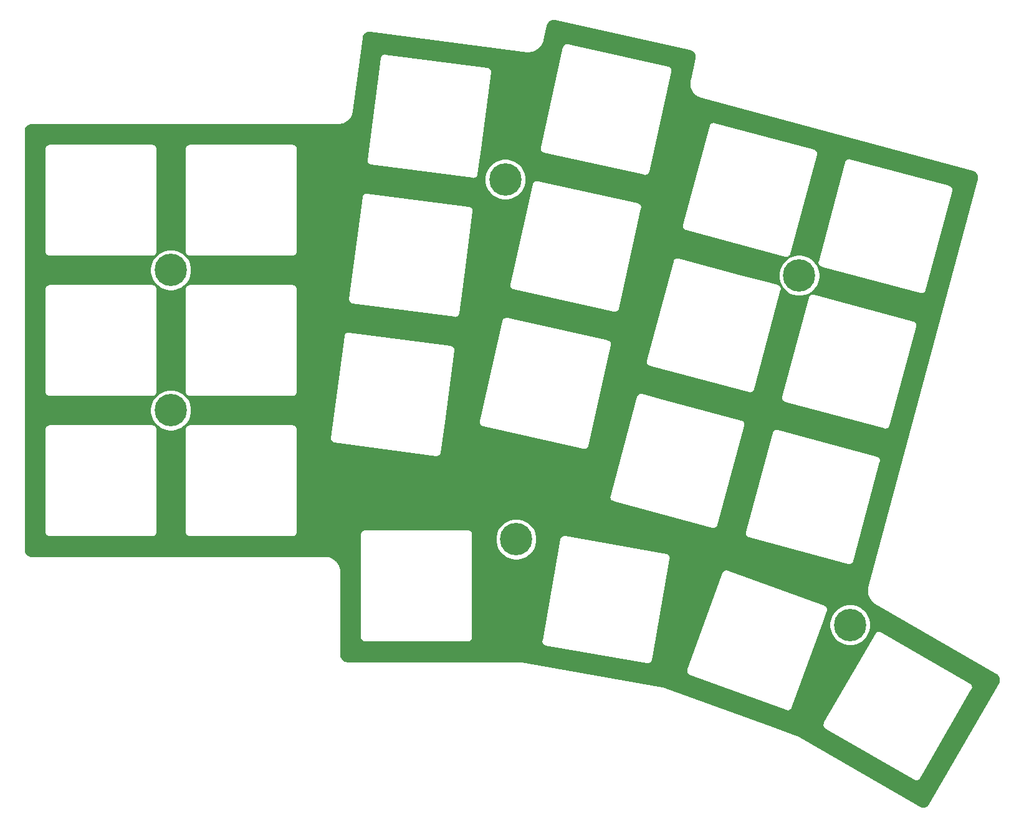
<source format=gbl>
G04 #@! TF.GenerationSoftware,KiCad,Pcbnew,(5.1.2)-1*
G04 #@! TF.CreationDate,2019-05-17T22:55:15+09:00*
G04 #@! TF.ProjectId,adelie,6164656c-6965-42e6-9b69-6361645f7063,rev?*
G04 #@! TF.SameCoordinates,Original*
G04 #@! TF.FileFunction,Copper,L2,Bot*
G04 #@! TF.FilePolarity,Positive*
%FSLAX46Y46*%
G04 Gerber Fmt 4.6, Leading zero omitted, Abs format (unit mm)*
G04 Created by KiCad (PCBNEW (5.1.2)-1) date 2019-05-17 22:55:15*
%MOMM*%
%LPD*%
G04 APERTURE LIST*
%ADD10C,4.400000*%
%ADD11C,0.254000*%
G04 APERTURE END LIST*
D10*
X104544340Y-85592920D03*
X104544340Y-104642920D03*
X151458140Y-122168920D03*
X196822540Y-133802120D03*
X189913740Y-86329520D03*
X149983140Y-73279740D03*
D11*
G36*
X156712523Y-51727378D02*
G01*
X175013750Y-55784174D01*
X175199794Y-55845118D01*
X175342375Y-55925254D01*
X175466676Y-56031559D01*
X175567963Y-56159983D01*
X175642372Y-56305628D01*
X175687077Y-56462958D01*
X175700372Y-56625975D01*
X175678265Y-56818872D01*
X175044935Y-59673887D01*
X175028703Y-59741165D01*
X175023725Y-59776750D01*
X175015686Y-59811767D01*
X175014574Y-59820915D01*
X174981254Y-60112055D01*
X174980285Y-60171860D01*
X174978480Y-60231660D01*
X174979166Y-60240850D01*
X175003031Y-60532918D01*
X175013694Y-60591760D01*
X175023541Y-60650783D01*
X175025999Y-60659664D01*
X175106139Y-60941534D01*
X175128041Y-60997216D01*
X175149150Y-61053167D01*
X175153287Y-61061402D01*
X175286649Y-61322339D01*
X175318927Y-61372673D01*
X175350526Y-61423496D01*
X175356183Y-61430770D01*
X175537689Y-61660834D01*
X175579145Y-61703956D01*
X175619997Y-61747656D01*
X175626960Y-61753693D01*
X175849695Y-61944120D01*
X175898725Y-61978360D01*
X175947298Y-62013301D01*
X175955299Y-62017869D01*
X175955302Y-62017871D01*
X175955306Y-62017873D01*
X176210781Y-62161408D01*
X176265535Y-62185476D01*
X176319964Y-62210314D01*
X176328702Y-62213242D01*
X176593463Y-62299926D01*
X176610259Y-62306253D01*
X213415000Y-72178402D01*
X213598250Y-72247233D01*
X213736913Y-72333163D01*
X213856251Y-72444397D01*
X213951707Y-72576686D01*
X214019652Y-72724999D01*
X214057494Y-72883683D01*
X214063794Y-73046703D01*
X214033575Y-73237784D01*
X199161197Y-128650535D01*
X199157479Y-128672993D01*
X199120364Y-128862739D01*
X199115599Y-128912523D01*
X199108658Y-128962039D01*
X199108340Y-128971249D01*
X199100294Y-129263094D01*
X199104486Y-129322734D01*
X199107849Y-129382493D01*
X199109326Y-129391590D01*
X199158121Y-129679439D01*
X199173818Y-129737127D01*
X199188723Y-129795092D01*
X199191939Y-129803728D01*
X199295714Y-130076619D01*
X199322319Y-130130166D01*
X199348197Y-130184127D01*
X199353026Y-130191969D01*
X199353029Y-130191974D01*
X199353032Y-130191978D01*
X199507832Y-130439510D01*
X199544346Y-130486889D01*
X199580198Y-130534777D01*
X199586462Y-130541536D01*
X199786397Y-130754289D01*
X199831402Y-130793658D01*
X199875888Y-130833685D01*
X199883346Y-130839099D01*
X200120797Y-131008966D01*
X200120806Y-131008971D01*
X200146969Y-131027702D01*
X216568591Y-140499239D01*
X216726806Y-140612686D01*
X216838048Y-140731324D01*
X216924132Y-140869312D01*
X216981775Y-141021399D01*
X217008779Y-141181773D01*
X217004118Y-141344350D01*
X216967969Y-141502917D01*
X216889225Y-141679428D01*
X207456515Y-158016917D01*
X207342049Y-158176873D01*
X207222399Y-158289280D01*
X207083191Y-158376307D01*
X206929728Y-158434639D01*
X206767858Y-158462053D01*
X206603746Y-158457504D01*
X206443643Y-158421165D01*
X206265894Y-158342072D01*
X189807564Y-148836125D01*
X189781401Y-148824265D01*
X189551828Y-148717142D01*
X189525745Y-148704634D01*
X185923352Y-147393893D01*
X193045467Y-147393893D01*
X193066645Y-147522165D01*
X193066646Y-147522167D01*
X193112441Y-147643844D01*
X193181095Y-147754246D01*
X193269967Y-147849135D01*
X193323469Y-147887473D01*
X193375643Y-147924861D01*
X193405322Y-147938308D01*
X205473568Y-154905889D01*
X205500043Y-154924861D01*
X205618463Y-154978517D01*
X205745075Y-155008038D01*
X205875013Y-155012293D01*
X206003285Y-154991115D01*
X206124961Y-154945320D01*
X206235364Y-154876666D01*
X206235366Y-154876665D01*
X206330255Y-154787792D01*
X206405982Y-154682115D01*
X206419426Y-154652444D01*
X213387009Y-142584291D01*
X213405982Y-142557815D01*
X213419425Y-142528146D01*
X213459637Y-142439398D01*
X213489158Y-142312785D01*
X213493413Y-142182847D01*
X213472235Y-142054575D01*
X213472234Y-142054573D01*
X213472234Y-142054571D01*
X213438263Y-141964312D01*
X213426440Y-141932898D01*
X213357787Y-141822495D01*
X213268915Y-141727606D01*
X213237692Y-141705232D01*
X213189714Y-141670851D01*
X213189707Y-141670847D01*
X213163237Y-141651879D01*
X213133574Y-141638439D01*
X201065319Y-134670856D01*
X201038837Y-134651879D01*
X200920417Y-134598223D01*
X200920415Y-134598222D01*
X200793802Y-134568701D01*
X200733232Y-134566718D01*
X200663866Y-134564447D01*
X200535594Y-134585625D01*
X200413918Y-134631420D01*
X200413917Y-134631421D01*
X200413916Y-134631421D01*
X200397328Y-134641736D01*
X200303515Y-134700073D01*
X200208626Y-134788945D01*
X200151873Y-134868144D01*
X200151870Y-134868150D01*
X200132898Y-134894625D01*
X200119456Y-134924291D01*
X193151874Y-146992443D01*
X193132898Y-147018925D01*
X193079242Y-147137345D01*
X193049721Y-147263958D01*
X193047771Y-147323519D01*
X193045467Y-147393893D01*
X185923352Y-147393893D01*
X171575303Y-142173315D01*
X171547354Y-142166155D01*
X171301569Y-142100419D01*
X171273924Y-142092689D01*
X159818883Y-140073547D01*
X174531779Y-140073547D01*
X174550153Y-140202250D01*
X174593284Y-140324896D01*
X174659512Y-140436772D01*
X174746293Y-140533576D01*
X174850293Y-140611591D01*
X174967514Y-140667817D01*
X174999078Y-140675906D01*
X188093840Y-145442028D01*
X188123214Y-145456117D01*
X188201788Y-145476255D01*
X188249152Y-145488394D01*
X188378967Y-145495481D01*
X188507670Y-145477107D01*
X188630316Y-145433976D01*
X188742192Y-145367748D01*
X188838996Y-145280967D01*
X188917011Y-145176967D01*
X188959148Y-145089117D01*
X188973237Y-145059745D01*
X188981326Y-145028184D01*
X193168923Y-133522897D01*
X193987540Y-133522897D01*
X193987540Y-134081343D01*
X194096488Y-134629059D01*
X194310196Y-135144996D01*
X194620452Y-135609327D01*
X195015333Y-136004208D01*
X195479664Y-136314464D01*
X195995601Y-136528172D01*
X196543317Y-136637120D01*
X197101763Y-136637120D01*
X197649479Y-136528172D01*
X198165416Y-136314464D01*
X198629747Y-136004208D01*
X199024628Y-135609327D01*
X199334884Y-135144996D01*
X199548592Y-134629059D01*
X199657540Y-134081343D01*
X199657540Y-133522897D01*
X199548592Y-132975181D01*
X199334884Y-132459244D01*
X199024628Y-131994913D01*
X198629747Y-131600032D01*
X198165416Y-131289776D01*
X197649479Y-131076068D01*
X197101763Y-130967120D01*
X196543317Y-130967120D01*
X195995601Y-131076068D01*
X195479664Y-131289776D01*
X195015333Y-131600032D01*
X194620452Y-131994913D01*
X194310196Y-132459244D01*
X194096488Y-132975181D01*
X193987540Y-133522897D01*
X193168923Y-133522897D01*
X193747450Y-131933414D01*
X193761537Y-131904045D01*
X193793814Y-131778107D01*
X193800901Y-131648292D01*
X193782527Y-131519589D01*
X193739396Y-131396943D01*
X193673168Y-131285067D01*
X193586386Y-131188263D01*
X193482387Y-131110248D01*
X193394537Y-131068111D01*
X193394531Y-131068109D01*
X193365165Y-131054023D01*
X193333613Y-131045937D01*
X180238837Y-126279812D01*
X180209465Y-126265723D01*
X180083527Y-126233446D01*
X179953713Y-126226359D01*
X179953712Y-126226359D01*
X179825009Y-126244733D01*
X179702363Y-126287864D01*
X179590487Y-126354092D01*
X179493683Y-126440874D01*
X179415668Y-126544873D01*
X179378715Y-126621916D01*
X179359443Y-126662094D01*
X179351356Y-126693648D01*
X174585234Y-139788417D01*
X174571143Y-139817794D01*
X174545853Y-139916470D01*
X174538866Y-139943733D01*
X174531779Y-140073547D01*
X159818883Y-140073547D01*
X152255263Y-138740333D01*
X152226696Y-138738149D01*
X151972167Y-138715800D01*
X151943415Y-138712968D01*
X128549887Y-138713081D01*
X128354339Y-138693907D01*
X128197300Y-138646494D01*
X128052465Y-138569484D01*
X127925338Y-138465802D01*
X127820775Y-138339408D01*
X127742752Y-138195107D01*
X127694245Y-138038404D01*
X127673904Y-137844869D01*
X127670285Y-126537766D01*
X127667479Y-126509373D01*
X127667544Y-126500123D01*
X127666644Y-126490952D01*
X127636094Y-126200290D01*
X127624079Y-126141759D01*
X127612858Y-126082934D01*
X127610194Y-126074112D01*
X127523769Y-125794918D01*
X127500581Y-125739755D01*
X127478179Y-125684309D01*
X127473853Y-125676173D01*
X127334845Y-125419083D01*
X127301374Y-125369461D01*
X127268641Y-125319438D01*
X127262816Y-125312297D01*
X127262815Y-125312295D01*
X127262811Y-125312291D01*
X127076520Y-125087103D01*
X127034087Y-125044965D01*
X126992221Y-125002212D01*
X126985120Y-124996338D01*
X126758632Y-124811620D01*
X126708829Y-124778531D01*
X126659449Y-124744720D01*
X126651343Y-124740337D01*
X126393289Y-124603128D01*
X126338014Y-124580346D01*
X126283004Y-124556768D01*
X126274201Y-124554043D01*
X125994411Y-124469569D01*
X125935708Y-124457946D01*
X125877219Y-124445513D01*
X125868054Y-124444550D01*
X125577185Y-124416030D01*
X125577182Y-124416030D01*
X125545199Y-124412880D01*
X85669599Y-124412880D01*
X85474537Y-124393754D01*
X85317954Y-124346479D01*
X85173530Y-124269687D01*
X85046782Y-124166314D01*
X84942520Y-124040284D01*
X84864726Y-123896406D01*
X84816357Y-123740151D01*
X84796074Y-123547165D01*
X84795374Y-107183920D01*
X87371147Y-107183920D01*
X87374340Y-107216339D01*
X87374341Y-120994491D01*
X87374340Y-120994501D01*
X87374340Y-121151501D01*
X87371147Y-121183920D01*
X87383890Y-121313303D01*
X87421630Y-121437713D01*
X87482915Y-121552370D01*
X87554528Y-121639630D01*
X87565392Y-121652868D01*
X87665890Y-121735345D01*
X87780547Y-121796630D01*
X87904957Y-121834370D01*
X88034340Y-121847113D01*
X88066759Y-121843920D01*
X102001921Y-121843920D01*
X102034340Y-121847113D01*
X102066759Y-121843920D01*
X102163723Y-121834370D01*
X102288133Y-121796630D01*
X102402790Y-121735345D01*
X102503288Y-121652868D01*
X102585765Y-121552370D01*
X102647050Y-121437713D01*
X102684790Y-121313303D01*
X102697533Y-121183920D01*
X102694340Y-121151501D01*
X102694340Y-107216339D01*
X102697533Y-107183920D01*
X102684790Y-107054537D01*
X102647050Y-106930127D01*
X102585765Y-106815470D01*
X102503288Y-106714972D01*
X102402790Y-106632495D01*
X102288133Y-106571210D01*
X102163723Y-106533470D01*
X102034340Y-106520727D01*
X102001921Y-106523920D01*
X88066759Y-106523920D01*
X88034340Y-106520727D01*
X87904957Y-106533470D01*
X87780547Y-106571210D01*
X87665890Y-106632495D01*
X87565392Y-106714972D01*
X87482915Y-106815470D01*
X87421630Y-106930127D01*
X87383890Y-107054537D01*
X87371147Y-107183920D01*
X84795374Y-107183920D01*
X84795254Y-104363697D01*
X101709340Y-104363697D01*
X101709340Y-104922143D01*
X101818288Y-105469859D01*
X102031996Y-105985796D01*
X102342252Y-106450127D01*
X102737133Y-106845008D01*
X103201464Y-107155264D01*
X103717401Y-107368972D01*
X104265117Y-107477920D01*
X104823563Y-107477920D01*
X105371279Y-107368972D01*
X105818034Y-107183920D01*
X106421147Y-107183920D01*
X106424340Y-107216339D01*
X106424341Y-121151491D01*
X106421147Y-121183920D01*
X106433890Y-121313303D01*
X106471630Y-121437713D01*
X106532915Y-121552370D01*
X106615392Y-121652868D01*
X106715890Y-121735345D01*
X106830547Y-121796630D01*
X106954957Y-121834370D01*
X107051921Y-121843920D01*
X107084340Y-121847113D01*
X107116759Y-121843920D01*
X121051921Y-121843920D01*
X121084340Y-121847113D01*
X121116759Y-121843920D01*
X121213723Y-121834370D01*
X121338133Y-121796630D01*
X121452790Y-121735345D01*
X121553288Y-121652868D01*
X121635765Y-121552370D01*
X121679300Y-121470920D01*
X130234147Y-121470920D01*
X130237341Y-121503349D01*
X130237340Y-135438501D01*
X130234147Y-135470920D01*
X130246890Y-135600303D01*
X130284630Y-135724713D01*
X130345915Y-135839370D01*
X130404912Y-135911258D01*
X130428392Y-135939868D01*
X130528890Y-136022345D01*
X130643547Y-136083630D01*
X130767957Y-136121370D01*
X130897340Y-136134113D01*
X130929759Y-136130920D01*
X144864921Y-136130920D01*
X144897340Y-136134113D01*
X144929759Y-136130920D01*
X145026723Y-136121370D01*
X145151133Y-136083630D01*
X145231100Y-136040887D01*
X154870205Y-136040887D01*
X154885768Y-136169960D01*
X154926212Y-136293518D01*
X154938003Y-136314464D01*
X154989984Y-136406810D01*
X155074633Y-136505486D01*
X155176906Y-136585750D01*
X155292872Y-136644520D01*
X155418077Y-136679537D01*
X155450561Y-136682022D01*
X169174108Y-139101864D01*
X169205482Y-139110638D01*
X169289543Y-139117069D01*
X169335106Y-139120555D01*
X169335111Y-139120555D01*
X169404553Y-139112182D01*
X169464180Y-139104992D01*
X169464183Y-139104991D01*
X169464184Y-139104991D01*
X169502403Y-139092480D01*
X169587737Y-139064548D01*
X169587741Y-139064546D01*
X169701034Y-139000773D01*
X169799709Y-138916123D01*
X169873845Y-138821657D01*
X169879970Y-138813853D01*
X169885176Y-138803582D01*
X169938742Y-138697883D01*
X169964984Y-138604050D01*
X169973757Y-138572682D01*
X169976242Y-138540202D01*
X172395985Y-124816749D01*
X172404757Y-124785383D01*
X172407242Y-124752904D01*
X172407243Y-124752898D01*
X172413873Y-124666232D01*
X172414675Y-124655753D01*
X172414245Y-124652180D01*
X172405186Y-124577057D01*
X172399112Y-124526679D01*
X172398134Y-124523689D01*
X172381310Y-124472295D01*
X172358668Y-124403122D01*
X172294896Y-124289829D01*
X172210247Y-124191153D01*
X172107974Y-124110889D01*
X171992007Y-124052119D01*
X171898175Y-124025876D01*
X171898164Y-124025874D01*
X171866798Y-124017102D01*
X171834328Y-124014618D01*
X158110876Y-121594777D01*
X158079503Y-121586003D01*
X157979412Y-121578345D01*
X157949874Y-121576085D01*
X157949873Y-121576085D01*
X157820799Y-121591648D01*
X157697242Y-121632092D01*
X157583949Y-121695864D01*
X157485273Y-121780513D01*
X157405009Y-121882786D01*
X157346239Y-121998753D01*
X157319996Y-122092585D01*
X157319994Y-122092595D01*
X157311223Y-122123957D01*
X157308739Y-122156428D01*
X154888897Y-135879887D01*
X154880123Y-135911258D01*
X154870205Y-136040887D01*
X145231100Y-136040887D01*
X145265790Y-136022345D01*
X145366288Y-135939868D01*
X145448765Y-135839370D01*
X145510050Y-135724713D01*
X145547790Y-135600303D01*
X145560533Y-135470920D01*
X145557340Y-135438501D01*
X145557340Y-121889697D01*
X148623140Y-121889697D01*
X148623140Y-122448143D01*
X148732088Y-122995859D01*
X148945796Y-123511796D01*
X149256052Y-123976127D01*
X149650933Y-124371008D01*
X150115264Y-124681264D01*
X150631201Y-124894972D01*
X151178917Y-125003920D01*
X151737363Y-125003920D01*
X152285079Y-124894972D01*
X152801016Y-124681264D01*
X153265347Y-124371008D01*
X153660228Y-123976127D01*
X153970484Y-123511796D01*
X154184192Y-122995859D01*
X154293140Y-122448143D01*
X154293140Y-121889697D01*
X154184192Y-121341981D01*
X154170218Y-121308244D01*
X182502267Y-121308244D01*
X182504465Y-121375391D01*
X182506512Y-121438113D01*
X182506520Y-121438147D01*
X182506521Y-121438181D01*
X182521277Y-121501469D01*
X182536020Y-121564728D01*
X182536034Y-121564759D01*
X182536042Y-121564793D01*
X182561518Y-121621020D01*
X182589663Y-121683154D01*
X182589684Y-121683184D01*
X182589698Y-121683214D01*
X182627054Y-121735345D01*
X182665379Y-121788840D01*
X182665403Y-121788862D01*
X182665424Y-121788892D01*
X182713981Y-121834370D01*
X182760258Y-121877722D01*
X182760285Y-121877739D01*
X182760312Y-121877764D01*
X182817101Y-121913078D01*
X182870654Y-121946388D01*
X182870686Y-121946400D01*
X182870715Y-121946418D01*
X182931943Y-121969463D01*
X182961838Y-121980718D01*
X182961870Y-121980726D01*
X182992391Y-121992214D01*
X183024501Y-121997516D01*
X196488974Y-125606855D01*
X196519599Y-125618370D01*
X196584439Y-125629054D01*
X196647594Y-125639488D01*
X196647735Y-125639483D01*
X196647878Y-125639507D01*
X196713351Y-125637342D01*
X196777533Y-125635248D01*
X196777672Y-125635216D01*
X196777814Y-125635211D01*
X196841315Y-125620383D01*
X196904148Y-125605740D01*
X196904276Y-125605682D01*
X196904417Y-125605649D01*
X196964353Y-125578469D01*
X197022574Y-125552097D01*
X197022690Y-125552014D01*
X197022820Y-125551955D01*
X197076081Y-125513763D01*
X197128259Y-125476381D01*
X197128355Y-125476279D01*
X197128473Y-125476194D01*
X197174311Y-125427222D01*
X197217142Y-125381502D01*
X197217216Y-125381382D01*
X197217315Y-125381277D01*
X197252187Y-125325158D01*
X197285807Y-125271106D01*
X197285856Y-125270976D01*
X197285933Y-125270852D01*
X197309428Y-125208367D01*
X197331616Y-125149435D01*
X197336948Y-125117162D01*
X200939697Y-111654258D01*
X200951135Y-111623868D01*
X200956459Y-111591621D01*
X200956486Y-111591520D01*
X200961703Y-111559859D01*
X200972313Y-111495595D01*
X200972310Y-111495489D01*
X200972327Y-111495383D01*
X200970188Y-111430699D01*
X200968059Y-111365656D01*
X200968034Y-111365551D01*
X200968031Y-111365446D01*
X200953652Y-111303864D01*
X200938538Y-111239044D01*
X200938492Y-111238944D01*
X200938469Y-111238843D01*
X200912537Y-111181658D01*
X200884882Y-111120624D01*
X200884818Y-111120534D01*
X200884775Y-111120440D01*
X200847999Y-111069154D01*
X200809155Y-111014947D01*
X200809075Y-111014872D01*
X200809014Y-111014787D01*
X200763420Y-110972112D01*
X200714267Y-110926074D01*
X200714171Y-110926014D01*
X200714097Y-110925945D01*
X200662340Y-110893783D01*
X200603864Y-110857420D01*
X200603757Y-110857380D01*
X200603672Y-110857327D01*
X200547102Y-110836056D01*
X200512676Y-110823099D01*
X200512559Y-110823068D01*
X200481981Y-110811570D01*
X200449956Y-110806293D01*
X186989675Y-107199600D01*
X186959189Y-107188126D01*
X186927050Y-107182820D01*
X186927047Y-107182819D01*
X186830915Y-107166947D01*
X186700977Y-107171201D01*
X186671456Y-107178084D01*
X186574366Y-107200722D01*
X186455945Y-107254378D01*
X186350267Y-107330104D01*
X186261395Y-107424993D01*
X186192741Y-107535395D01*
X186158420Y-107626584D01*
X186158418Y-107626593D01*
X186146946Y-107657073D01*
X186141641Y-107689203D01*
X182534928Y-121149455D01*
X182523464Y-121179905D01*
X182518149Y-121212074D01*
X182518139Y-121212112D01*
X182512079Y-121248816D01*
X182502272Y-121308175D01*
X182502273Y-121308207D01*
X182502267Y-121308244D01*
X154170218Y-121308244D01*
X153970484Y-120826044D01*
X153660228Y-120361713D01*
X153265347Y-119966832D01*
X152801016Y-119656576D01*
X152285079Y-119442868D01*
X151737363Y-119333920D01*
X151178917Y-119333920D01*
X150631201Y-119442868D01*
X150115264Y-119656576D01*
X149650933Y-119966832D01*
X149256052Y-120361713D01*
X148945796Y-120826044D01*
X148732088Y-121341981D01*
X148623140Y-121889697D01*
X145557340Y-121889697D01*
X145557340Y-121503339D01*
X145560533Y-121470920D01*
X145547790Y-121341537D01*
X145510050Y-121217127D01*
X145448765Y-121102470D01*
X145366288Y-121001972D01*
X145265790Y-120919495D01*
X145151133Y-120858210D01*
X145026723Y-120820470D01*
X144929759Y-120810920D01*
X144897340Y-120807727D01*
X144864921Y-120810920D01*
X130929759Y-120810920D01*
X130897340Y-120807727D01*
X130864921Y-120810920D01*
X130767957Y-120820470D01*
X130643547Y-120858210D01*
X130528890Y-120919495D01*
X130428392Y-121001972D01*
X130345915Y-121102470D01*
X130284630Y-121217127D01*
X130246890Y-121341537D01*
X130234147Y-121470920D01*
X121679300Y-121470920D01*
X121697050Y-121437713D01*
X121734790Y-121313303D01*
X121747533Y-121183920D01*
X121744340Y-121151501D01*
X121744340Y-116377744D01*
X164101367Y-116377744D01*
X164105621Y-116507681D01*
X164135142Y-116634293D01*
X164135143Y-116634295D01*
X164188798Y-116752715D01*
X164220410Y-116796829D01*
X164264524Y-116858392D01*
X164330021Y-116919736D01*
X164359413Y-116947265D01*
X164469816Y-117015919D01*
X164561005Y-117050240D01*
X164561007Y-117050241D01*
X164591491Y-117061714D01*
X164623630Y-117067020D01*
X178084007Y-120673741D01*
X178114491Y-120685214D01*
X178146630Y-120690520D01*
X178146632Y-120690521D01*
X178242764Y-120706393D01*
X178372703Y-120702139D01*
X178445290Y-120685214D01*
X178499313Y-120672618D01*
X178572587Y-120639418D01*
X178617735Y-120618962D01*
X178723413Y-120543235D01*
X178812285Y-120448347D01*
X178880939Y-120337944D01*
X178926735Y-120216268D01*
X178932043Y-120184121D01*
X182538760Y-106723857D01*
X182550235Y-106693368D01*
X182562746Y-106617590D01*
X182571413Y-106565097D01*
X182569583Y-106509188D01*
X182567159Y-106435156D01*
X182537638Y-106308544D01*
X182483982Y-106190124D01*
X182408255Y-106084447D01*
X182313367Y-105995574D01*
X182202964Y-105926920D01*
X182111776Y-105892599D01*
X182111761Y-105892595D01*
X182081289Y-105881126D01*
X182049165Y-105875822D01*
X170971340Y-102907510D01*
X187432763Y-102907510D01*
X187434884Y-102972097D01*
X187437022Y-103037387D01*
X187437029Y-103037417D01*
X187437030Y-103037447D01*
X187450961Y-103097166D01*
X187466544Y-103163999D01*
X187466558Y-103164029D01*
X187466564Y-103164056D01*
X187493038Y-103222471D01*
X187520201Y-103282419D01*
X187520217Y-103282442D01*
X187520231Y-103282472D01*
X187560476Y-103338623D01*
X187595928Y-103388096D01*
X187595949Y-103388116D01*
X187595968Y-103388142D01*
X187645086Y-103434136D01*
X187690817Y-103476968D01*
X187690842Y-103476984D01*
X187690865Y-103477005D01*
X187745880Y-103511208D01*
X187801220Y-103545621D01*
X187801249Y-103545632D01*
X187801275Y-103545648D01*
X187860221Y-103567827D01*
X187892409Y-103579941D01*
X187892441Y-103579950D01*
X187922956Y-103591431D01*
X187955064Y-103596729D01*
X201415408Y-107203341D01*
X201445891Y-107214814D01*
X201478033Y-107220121D01*
X201478037Y-107220122D01*
X201510082Y-107225412D01*
X201574164Y-107235993D01*
X201574169Y-107235993D01*
X201596159Y-107235273D01*
X201704101Y-107231739D01*
X201704105Y-107231738D01*
X201704107Y-107231738D01*
X201776690Y-107214814D01*
X201830713Y-107202218D01*
X201830719Y-107202216D01*
X201899169Y-107171201D01*
X201949134Y-107148562D01*
X201949137Y-107148560D01*
X201949139Y-107148559D01*
X201985022Y-107122846D01*
X202054812Y-107072836D01*
X202143684Y-106977948D01*
X202143685Y-106977946D01*
X202143688Y-106977943D01*
X202212341Y-106867540D01*
X202258136Y-106745863D01*
X202263442Y-106713722D01*
X205870189Y-93253349D01*
X205881690Y-93222761D01*
X205892178Y-93159107D01*
X205902813Y-93094697D01*
X205902809Y-93094589D01*
X205902827Y-93094482D01*
X205900677Y-93029444D01*
X205898559Y-92964759D01*
X205898535Y-92964654D01*
X205898531Y-92964545D01*
X205883512Y-92900223D01*
X205869038Y-92838147D01*
X205868994Y-92838051D01*
X205868969Y-92837942D01*
X205841184Y-92776671D01*
X205815382Y-92719726D01*
X205815322Y-92719642D01*
X205815275Y-92719539D01*
X205776086Y-92664888D01*
X205739656Y-92614049D01*
X205739580Y-92613977D01*
X205739514Y-92613886D01*
X205689749Y-92567306D01*
X205644767Y-92525176D01*
X205644681Y-92525122D01*
X205644597Y-92525044D01*
X205586896Y-92489189D01*
X205534365Y-92456522D01*
X205534267Y-92456485D01*
X205534172Y-92456426D01*
X205469947Y-92432277D01*
X205412689Y-92410726D01*
X205380458Y-92405405D01*
X191917540Y-88802653D01*
X191887124Y-88791209D01*
X191854915Y-88785894D01*
X191854839Y-88785874D01*
X191821160Y-88780325D01*
X191758850Y-88770043D01*
X191758777Y-88770045D01*
X191758702Y-88770033D01*
X191692271Y-88772229D01*
X191628912Y-88774310D01*
X191628841Y-88774327D01*
X191628766Y-88774329D01*
X191563925Y-88789469D01*
X191502303Y-88803844D01*
X191502238Y-88803874D01*
X191502163Y-88803891D01*
X191442950Y-88830743D01*
X191383887Y-88857511D01*
X191383825Y-88857556D01*
X191383760Y-88857585D01*
X191334050Y-88893231D01*
X191278217Y-88933248D01*
X191278162Y-88933306D01*
X191278107Y-88933346D01*
X191237507Y-88976722D01*
X191189354Y-89028145D01*
X191189312Y-89028213D01*
X191189265Y-89028263D01*
X191158004Y-89078571D01*
X191120711Y-89138555D01*
X191120682Y-89138631D01*
X191120647Y-89138688D01*
X191099767Y-89194218D01*
X191086399Y-89229747D01*
X191086377Y-89229830D01*
X191074890Y-89260379D01*
X191069608Y-89292438D01*
X187465408Y-102748716D01*
X187453944Y-102779177D01*
X187448633Y-102811348D01*
X187448625Y-102811377D01*
X187444610Y-102835713D01*
X187432767Y-102907450D01*
X187432768Y-102907480D01*
X187432763Y-102907510D01*
X170971340Y-102907510D01*
X168588775Y-102269100D01*
X168558289Y-102257626D01*
X168526150Y-102252320D01*
X168526147Y-102252319D01*
X168430015Y-102236447D01*
X168300077Y-102240701D01*
X168270556Y-102247584D01*
X168173466Y-102270222D01*
X168055045Y-102323878D01*
X167949367Y-102399604D01*
X167860495Y-102494493D01*
X167791841Y-102604895D01*
X167757520Y-102696084D01*
X167757518Y-102696093D01*
X167746046Y-102726573D01*
X167740741Y-102758703D01*
X164134019Y-116218990D01*
X164122546Y-116249473D01*
X164117240Y-116281607D01*
X164117239Y-116281612D01*
X164101367Y-116377744D01*
X121744340Y-116377744D01*
X121744340Y-108501893D01*
X126137067Y-108501893D01*
X126149436Y-108576806D01*
X126158246Y-108630169D01*
X126204042Y-108751845D01*
X126227839Y-108790113D01*
X126272693Y-108862244D01*
X126272695Y-108862246D01*
X126272696Y-108862248D01*
X126361569Y-108957137D01*
X126467247Y-109032863D01*
X126585666Y-109086518D01*
X126712279Y-109116039D01*
X126744836Y-109117105D01*
X140560759Y-110936043D01*
X140592480Y-110943439D01*
X140625028Y-110944504D01*
X140625033Y-110944505D01*
X140722414Y-110947693D01*
X140850685Y-110926515D01*
X140972361Y-110880720D01*
X140972365Y-110880718D01*
X140992886Y-110867957D01*
X141082765Y-110812067D01*
X141177654Y-110723194D01*
X141253381Y-110617518D01*
X141307037Y-110499098D01*
X141336559Y-110372485D01*
X141337625Y-110339918D01*
X141875477Y-106254352D01*
X146391605Y-106254352D01*
X146401523Y-106383980D01*
X146401524Y-106383983D01*
X146401524Y-106383985D01*
X146436540Y-106509188D01*
X146495311Y-106625155D01*
X146575576Y-106727429D01*
X146632612Y-106776357D01*
X146674247Y-106812074D01*
X146674248Y-106812075D01*
X146674251Y-106812077D01*
X146732754Y-106845008D01*
X146772792Y-106867545D01*
X146787544Y-106875849D01*
X146851489Y-106896780D01*
X146911098Y-106916292D01*
X146943443Y-106920192D01*
X160548340Y-109936258D01*
X160579301Y-109946393D01*
X160708376Y-109961955D01*
X160838005Y-109952036D01*
X160963209Y-109917020D01*
X161079175Y-109858249D01*
X161181449Y-109777984D01*
X161266097Y-109679309D01*
X161329869Y-109566016D01*
X161370313Y-109442458D01*
X161374212Y-109410118D01*
X163908848Y-97976945D01*
X169031867Y-97976945D01*
X169036121Y-98106883D01*
X169036122Y-98106887D01*
X169065644Y-98233499D01*
X169087438Y-98281599D01*
X169119298Y-98351915D01*
X169119301Y-98351919D01*
X169195028Y-98457596D01*
X169253343Y-98512214D01*
X169289913Y-98546465D01*
X169289915Y-98546466D01*
X169289917Y-98546468D01*
X169346510Y-98581660D01*
X169400316Y-98615119D01*
X169400320Y-98615121D01*
X169488523Y-98648317D01*
X169521993Y-98660914D01*
X169554132Y-98666221D01*
X183014508Y-102272841D01*
X183044991Y-102284314D01*
X183077133Y-102289621D01*
X183077137Y-102289622D01*
X183109182Y-102294912D01*
X183173264Y-102305493D01*
X183173269Y-102305493D01*
X183195259Y-102304773D01*
X183303201Y-102301239D01*
X183303205Y-102301238D01*
X183303207Y-102301238D01*
X183375790Y-102284314D01*
X183429813Y-102271718D01*
X183429819Y-102271716D01*
X183498269Y-102240701D01*
X183548234Y-102218062D01*
X183548237Y-102218060D01*
X183548239Y-102218059D01*
X183584122Y-102192346D01*
X183653912Y-102142336D01*
X183664927Y-102130576D01*
X183677980Y-102116639D01*
X183742784Y-102047448D01*
X183742785Y-102047446D01*
X183742788Y-102047443D01*
X183811441Y-101937040D01*
X183857236Y-101815363D01*
X183862542Y-101783222D01*
X187469260Y-88322957D01*
X187480735Y-88292468D01*
X187493246Y-88216690D01*
X187501913Y-88164197D01*
X187497659Y-88034259D01*
X187497659Y-88034256D01*
X187468138Y-87907644D01*
X187414482Y-87789224D01*
X187338755Y-87683547D01*
X187243867Y-87594674D01*
X187133464Y-87526020D01*
X187042276Y-87491699D01*
X187042261Y-87491695D01*
X187011789Y-87480226D01*
X186979665Y-87474922D01*
X181662924Y-86050297D01*
X187078740Y-86050297D01*
X187078740Y-86608743D01*
X187187688Y-87156459D01*
X187401396Y-87672396D01*
X187711652Y-88136727D01*
X188106533Y-88531608D01*
X188570864Y-88841864D01*
X189086801Y-89055572D01*
X189634517Y-89164520D01*
X190192963Y-89164520D01*
X190740679Y-89055572D01*
X191256616Y-88841864D01*
X191720947Y-88531608D01*
X192115828Y-88136727D01*
X192426084Y-87672396D01*
X192639792Y-87156459D01*
X192748740Y-86608743D01*
X192748740Y-86050297D01*
X192639792Y-85502581D01*
X192426084Y-84986644D01*
X192115828Y-84522313D01*
X192100061Y-84506546D01*
X192363267Y-84506546D01*
X192363267Y-84506550D01*
X192367522Y-84636487D01*
X192367602Y-84636828D01*
X192397043Y-84763096D01*
X192450699Y-84881516D01*
X192526426Y-84987194D01*
X192526428Y-84987196D01*
X192621317Y-85076068D01*
X192731720Y-85144721D01*
X192812590Y-85175157D01*
X192853394Y-85190515D01*
X192885538Y-85195822D01*
X206345910Y-88802441D01*
X206376394Y-88813915D01*
X206408536Y-88819222D01*
X206408537Y-88819222D01*
X206426948Y-88822262D01*
X206504666Y-88835093D01*
X206504669Y-88835093D01*
X206634607Y-88830838D01*
X206750176Y-88803891D01*
X206761216Y-88801317D01*
X206761217Y-88801316D01*
X206761219Y-88801316D01*
X206830260Y-88770033D01*
X206879636Y-88747661D01*
X206985314Y-88671934D01*
X207034484Y-88619435D01*
X207074188Y-88577043D01*
X207142841Y-88466640D01*
X207188636Y-88344963D01*
X207193942Y-88312821D01*
X210800360Y-74853455D01*
X210811836Y-74822963D01*
X210822619Y-74757648D01*
X210833013Y-74694695D01*
X210828758Y-74564756D01*
X210828758Y-74564752D01*
X210799236Y-74438140D01*
X210745580Y-74319720D01*
X210669852Y-74214043D01*
X210574963Y-74125171D01*
X210464560Y-74056518D01*
X210373371Y-74022198D01*
X210373363Y-74022196D01*
X210342886Y-74010725D01*
X210310752Y-74005420D01*
X196850373Y-70398799D01*
X196819886Y-70387325D01*
X196691614Y-70366147D01*
X196691610Y-70366147D01*
X196561673Y-70370402D01*
X196527638Y-70378338D01*
X196435063Y-70399923D01*
X196316643Y-70453579D01*
X196210965Y-70529306D01*
X196122093Y-70624195D01*
X196053440Y-70734598D01*
X196019119Y-70825786D01*
X196019117Y-70825793D01*
X196007644Y-70856277D01*
X196002339Y-70888409D01*
X192395922Y-84347781D01*
X192384444Y-84378277D01*
X192371952Y-84453945D01*
X192363267Y-84506546D01*
X192100061Y-84506546D01*
X191720947Y-84127432D01*
X191256616Y-83817176D01*
X190740679Y-83603468D01*
X190192963Y-83494520D01*
X189634517Y-83494520D01*
X189086801Y-83603468D01*
X188570864Y-83817176D01*
X188106533Y-84127432D01*
X187711652Y-84522313D01*
X187401396Y-84986644D01*
X187187688Y-85502581D01*
X187078740Y-86050297D01*
X181662924Y-86050297D01*
X173519281Y-83868202D01*
X173488788Y-83856725D01*
X173360515Y-83835547D01*
X173230576Y-83839801D01*
X173103964Y-83869322D01*
X172985544Y-83922978D01*
X172879867Y-83998705D01*
X172790994Y-84093593D01*
X172722340Y-84203996D01*
X172688019Y-84295184D01*
X172688014Y-84295202D01*
X172676546Y-84325673D01*
X172671242Y-84357795D01*
X169064520Y-97818184D01*
X169053044Y-97848677D01*
X169047739Y-97880813D01*
X169031867Y-97976945D01*
X163908848Y-97976945D01*
X164390278Y-95805323D01*
X164400412Y-95774364D01*
X164415975Y-95645290D01*
X164406057Y-95515661D01*
X164371042Y-95390457D01*
X164312272Y-95274490D01*
X164232008Y-95172216D01*
X164133333Y-95087567D01*
X164133331Y-95087566D01*
X164133330Y-95087565D01*
X164104776Y-95071492D01*
X164020041Y-95023793D01*
X163927443Y-94993483D01*
X163927430Y-94993480D01*
X163896479Y-94983349D01*
X163864150Y-94979451D01*
X150259337Y-91963281D01*
X150228382Y-91953149D01*
X150196048Y-91949250D01*
X150196042Y-91949249D01*
X150099309Y-91937585D01*
X149988105Y-91946093D01*
X149969679Y-91947503D01*
X149899649Y-91967088D01*
X149844477Y-91982518D01*
X149844475Y-91982519D01*
X149728508Y-92041289D01*
X149626234Y-92121553D01*
X149541585Y-92220228D01*
X149477812Y-92333520D01*
X149447501Y-92426119D01*
X149447500Y-92426125D01*
X149437368Y-92457077D01*
X149433469Y-92489411D01*
X146417303Y-106094316D01*
X146407167Y-106125282D01*
X146399349Y-106190126D01*
X146391605Y-106254352D01*
X141875477Y-106254352D01*
X143156463Y-96523902D01*
X143163859Y-96492181D01*
X143168112Y-96362241D01*
X143146933Y-96233970D01*
X143101138Y-96112294D01*
X143032483Y-96001891D01*
X142943610Y-95907002D01*
X142837933Y-95831276D01*
X142719513Y-95777621D01*
X142624625Y-95755497D01*
X142624623Y-95755497D01*
X142592900Y-95748100D01*
X142560343Y-95747034D01*
X128744422Y-93928197D01*
X128712701Y-93920801D01*
X128680145Y-93919735D01*
X128680142Y-93919735D01*
X128582762Y-93916548D01*
X128582761Y-93916548D01*
X128563459Y-93919735D01*
X128454491Y-93937726D01*
X128378610Y-93966286D01*
X128332814Y-93983522D01*
X128264160Y-94026215D01*
X128222412Y-94052176D01*
X128222411Y-94052177D01*
X128127522Y-94141050D01*
X128051796Y-94246727D01*
X127998141Y-94365147D01*
X127976017Y-94460035D01*
X127976016Y-94460042D01*
X127968621Y-94491759D01*
X127967556Y-94524307D01*
X126148718Y-108340231D01*
X126141321Y-108371955D01*
X126137067Y-108501893D01*
X121744340Y-108501893D01*
X121744340Y-107216339D01*
X121747533Y-107183920D01*
X121734790Y-107054537D01*
X121697050Y-106930127D01*
X121635765Y-106815470D01*
X121553288Y-106714972D01*
X121452790Y-106632495D01*
X121338133Y-106571210D01*
X121213723Y-106533470D01*
X121116759Y-106523920D01*
X121084340Y-106520727D01*
X121051921Y-106523920D01*
X107116759Y-106523920D01*
X107084340Y-106520727D01*
X106954957Y-106533470D01*
X106830547Y-106571210D01*
X106715890Y-106632495D01*
X106615392Y-106714972D01*
X106532915Y-106815470D01*
X106471630Y-106930127D01*
X106433890Y-107054537D01*
X106421147Y-107183920D01*
X105818034Y-107183920D01*
X105887216Y-107155264D01*
X106351547Y-106845008D01*
X106746428Y-106450127D01*
X107056684Y-105985796D01*
X107270392Y-105469859D01*
X107379340Y-104922143D01*
X107379340Y-104363697D01*
X107270392Y-103815981D01*
X107056684Y-103300044D01*
X106746428Y-102835713D01*
X106351547Y-102440832D01*
X105887216Y-102130576D01*
X105371279Y-101916868D01*
X104823563Y-101807920D01*
X104265117Y-101807920D01*
X103717401Y-101916868D01*
X103201464Y-102130576D01*
X102737133Y-102440832D01*
X102342252Y-102835713D01*
X102031996Y-103300044D01*
X101818288Y-103815981D01*
X101709340Y-104363697D01*
X84795254Y-104363697D01*
X84794559Y-88132920D01*
X87371147Y-88132920D01*
X87374340Y-88165339D01*
X87374341Y-102100491D01*
X87371147Y-102132920D01*
X87383890Y-102262303D01*
X87421630Y-102386713D01*
X87482915Y-102501370D01*
X87565392Y-102601868D01*
X87665890Y-102684345D01*
X87780547Y-102745630D01*
X87904957Y-102783370D01*
X88001921Y-102792920D01*
X88034340Y-102796113D01*
X88066759Y-102792920D01*
X102001921Y-102792920D01*
X102034340Y-102796113D01*
X102066759Y-102792920D01*
X102163723Y-102783370D01*
X102288133Y-102745630D01*
X102402790Y-102684345D01*
X102503288Y-102601868D01*
X102585765Y-102501370D01*
X102647050Y-102386713D01*
X102684790Y-102262303D01*
X102697533Y-102132920D01*
X102694340Y-102100501D01*
X102694340Y-88165339D01*
X102697533Y-88132920D01*
X102684790Y-88003537D01*
X102647050Y-87879127D01*
X102585765Y-87764470D01*
X102503288Y-87663972D01*
X102402790Y-87581495D01*
X102288133Y-87520210D01*
X102163723Y-87482470D01*
X102066759Y-87472920D01*
X102034340Y-87469727D01*
X102001921Y-87472920D01*
X88066759Y-87472920D01*
X88034340Y-87469727D01*
X88001921Y-87472920D01*
X87904957Y-87482470D01*
X87780547Y-87520210D01*
X87665890Y-87581495D01*
X87565392Y-87663972D01*
X87482915Y-87764470D01*
X87421630Y-87879127D01*
X87383890Y-88003537D01*
X87371147Y-88132920D01*
X84794559Y-88132920D01*
X84794439Y-85313697D01*
X101709340Y-85313697D01*
X101709340Y-85872143D01*
X101818288Y-86419859D01*
X102031996Y-86935796D01*
X102342252Y-87400127D01*
X102737133Y-87795008D01*
X103201464Y-88105264D01*
X103717401Y-88318972D01*
X104265117Y-88427920D01*
X104823563Y-88427920D01*
X105371279Y-88318972D01*
X105820448Y-88132920D01*
X106421147Y-88132920D01*
X106424340Y-88165339D01*
X106424341Y-102100491D01*
X106421147Y-102132920D01*
X106433890Y-102262303D01*
X106471630Y-102386713D01*
X106532915Y-102501370D01*
X106615392Y-102601868D01*
X106715890Y-102684345D01*
X106830547Y-102745630D01*
X106954957Y-102783370D01*
X107051921Y-102792920D01*
X107084340Y-102796113D01*
X107116759Y-102792920D01*
X121051921Y-102792920D01*
X121084340Y-102796113D01*
X121116759Y-102792920D01*
X121213723Y-102783370D01*
X121338133Y-102745630D01*
X121452790Y-102684345D01*
X121553288Y-102601868D01*
X121635765Y-102501370D01*
X121697050Y-102386713D01*
X121734790Y-102262303D01*
X121747533Y-102132920D01*
X121744340Y-102100501D01*
X121744340Y-89614898D01*
X128623568Y-89614898D01*
X128644746Y-89743169D01*
X128690542Y-89864845D01*
X128759196Y-89975248D01*
X128848069Y-90070137D01*
X128953747Y-90145863D01*
X129072166Y-90199518D01*
X129167054Y-90221642D01*
X129167056Y-90221642D01*
X129198780Y-90229039D01*
X129231336Y-90230105D01*
X143047254Y-92048942D01*
X143078975Y-92056339D01*
X143208913Y-92060593D01*
X143337185Y-92039415D01*
X143458860Y-91993620D01*
X143458864Y-91993618D01*
X143492038Y-91972988D01*
X143569264Y-91924967D01*
X143664153Y-91836094D01*
X143739880Y-91730417D01*
X143793536Y-91611998D01*
X143815661Y-91517110D01*
X143815661Y-91517108D01*
X143823059Y-91485381D01*
X143824125Y-91452824D01*
X144324016Y-87655852D01*
X150514805Y-87655852D01*
X150523116Y-87764471D01*
X150524723Y-87785479D01*
X150559738Y-87910683D01*
X150618508Y-88026650D01*
X150698772Y-88128925D01*
X150797447Y-88213574D01*
X150910739Y-88277347D01*
X151034297Y-88317792D01*
X151066639Y-88321692D01*
X164671538Y-91337857D01*
X164702502Y-91347993D01*
X164779014Y-91357218D01*
X164831571Y-91363555D01*
X164831577Y-91363555D01*
X164886855Y-91359325D01*
X164961200Y-91353637D01*
X164961203Y-91353636D01*
X164961205Y-91353636D01*
X165086408Y-91318620D01*
X165202375Y-91259849D01*
X165304649Y-91179584D01*
X165389297Y-91080909D01*
X165453069Y-90967616D01*
X165483379Y-90875017D01*
X165483380Y-90875013D01*
X165493511Y-90844062D01*
X165497410Y-90811727D01*
X167988244Y-79576046D01*
X173962367Y-79576046D01*
X173962367Y-79576050D01*
X173966622Y-79705987D01*
X173987272Y-79794550D01*
X173996143Y-79832596D01*
X174049799Y-79951016D01*
X174125526Y-80056694D01*
X174125528Y-80056696D01*
X174220417Y-80145568D01*
X174330820Y-80214221D01*
X174411690Y-80244657D01*
X174452494Y-80260015D01*
X174484638Y-80265322D01*
X187945010Y-83871941D01*
X187975494Y-83883415D01*
X188007636Y-83888722D01*
X188007637Y-83888722D01*
X188026048Y-83891762D01*
X188103766Y-83904593D01*
X188103769Y-83904593D01*
X188233707Y-83900338D01*
X188322270Y-83879688D01*
X188360316Y-83870817D01*
X188360317Y-83870816D01*
X188360319Y-83870816D01*
X188428769Y-83839801D01*
X188478736Y-83817161D01*
X188584414Y-83741434D01*
X188627825Y-83695084D01*
X188673288Y-83646543D01*
X188741941Y-83536140D01*
X188787736Y-83414463D01*
X188793042Y-83382321D01*
X192399460Y-69922955D01*
X192410936Y-69892463D01*
X192421719Y-69827148D01*
X192432113Y-69764195D01*
X192429322Y-69678948D01*
X192427858Y-69634252D01*
X192398336Y-69507640D01*
X192344680Y-69389220D01*
X192268952Y-69283543D01*
X192174063Y-69194671D01*
X192063660Y-69126018D01*
X191972471Y-69091698D01*
X191972463Y-69091696D01*
X191941986Y-69080225D01*
X191909852Y-69074920D01*
X178449473Y-65468299D01*
X178418986Y-65456825D01*
X178290714Y-65435647D01*
X178290710Y-65435647D01*
X178160773Y-65439902D01*
X178125623Y-65448098D01*
X178034163Y-65469423D01*
X177915743Y-65523079D01*
X177810065Y-65598806D01*
X177721193Y-65693695D01*
X177652602Y-65803998D01*
X177652539Y-65804100D01*
X177648146Y-65815773D01*
X177618219Y-65895286D01*
X177618217Y-65895293D01*
X177606744Y-65925777D01*
X177601439Y-65957909D01*
X173995022Y-79417281D01*
X173983544Y-79447777D01*
X173969719Y-79531517D01*
X173962367Y-79576046D01*
X167988244Y-79576046D01*
X168513478Y-77206820D01*
X168523613Y-77175859D01*
X168539175Y-77046784D01*
X168529256Y-76917155D01*
X168494240Y-76791951D01*
X168435469Y-76675985D01*
X168355204Y-76573711D01*
X168256529Y-76489063D01*
X168143237Y-76425291D01*
X168050638Y-76394980D01*
X168050628Y-76394978D01*
X168019678Y-76384847D01*
X167987348Y-76380949D01*
X154382544Y-73364883D01*
X154351583Y-73354748D01*
X154222509Y-73339185D01*
X154222504Y-73339185D01*
X154176439Y-73342710D01*
X154092880Y-73349103D01*
X153967676Y-73384118D01*
X153851709Y-73442888D01*
X153749435Y-73523152D01*
X153749432Y-73523155D01*
X153730004Y-73545802D01*
X153664786Y-73621826D01*
X153601012Y-73735119D01*
X153570702Y-73827717D01*
X153570701Y-73827723D01*
X153560567Y-73858681D01*
X153556668Y-73891018D01*
X150540503Y-87495816D01*
X150530368Y-87526778D01*
X150514805Y-87655852D01*
X144324016Y-87655852D01*
X145643062Y-77636909D01*
X145650459Y-77605185D01*
X145654713Y-77475245D01*
X145633535Y-77346974D01*
X145587740Y-77225298D01*
X145519087Y-77114894D01*
X145430214Y-77020005D01*
X145368652Y-76975891D01*
X145324538Y-76944279D01*
X145287612Y-76927548D01*
X145206118Y-76890622D01*
X145111230Y-76868498D01*
X145111228Y-76868498D01*
X145079505Y-76861101D01*
X145046949Y-76860035D01*
X131230929Y-75041098D01*
X131199200Y-75033700D01*
X131092693Y-75030214D01*
X131069266Y-75029447D01*
X131069261Y-75029447D01*
X130940989Y-75050626D01*
X130819314Y-75096422D01*
X130708911Y-75165076D01*
X130614022Y-75253950D01*
X130538296Y-75359627D01*
X130484641Y-75478047D01*
X130474960Y-75519570D01*
X130455121Y-75604655D01*
X130454055Y-75637212D01*
X128635218Y-89453236D01*
X128627821Y-89484959D01*
X128623568Y-89614898D01*
X121744340Y-89614898D01*
X121744340Y-88165339D01*
X121747533Y-88132920D01*
X121734790Y-88003537D01*
X121697050Y-87879127D01*
X121635765Y-87764470D01*
X121553288Y-87663972D01*
X121452790Y-87581495D01*
X121338133Y-87520210D01*
X121213723Y-87482470D01*
X121116759Y-87472920D01*
X121084340Y-87469727D01*
X121051921Y-87472920D01*
X107116759Y-87472920D01*
X107084340Y-87469727D01*
X107051921Y-87472920D01*
X106954957Y-87482470D01*
X106830547Y-87520210D01*
X106715890Y-87581495D01*
X106615392Y-87663972D01*
X106532915Y-87764470D01*
X106471630Y-87879127D01*
X106433890Y-88003537D01*
X106421147Y-88132920D01*
X105820448Y-88132920D01*
X105887216Y-88105264D01*
X106351547Y-87795008D01*
X106746428Y-87400127D01*
X107056684Y-86935796D01*
X107270392Y-86419859D01*
X107379340Y-85872143D01*
X107379340Y-85313697D01*
X107270392Y-84765981D01*
X107056684Y-84250044D01*
X106746428Y-83785713D01*
X106351547Y-83390832D01*
X105887216Y-83080576D01*
X105371279Y-82866868D01*
X104823563Y-82757920D01*
X104265117Y-82757920D01*
X103717401Y-82866868D01*
X103201464Y-83080576D01*
X102737133Y-83390832D01*
X102342252Y-83785713D01*
X102031996Y-84250044D01*
X101818288Y-84765981D01*
X101709340Y-85313697D01*
X84794439Y-85313697D01*
X84793743Y-69082920D01*
X87371147Y-69082920D01*
X87374341Y-69115349D01*
X87374340Y-83050501D01*
X87371147Y-83082920D01*
X87383890Y-83212303D01*
X87421630Y-83336713D01*
X87482915Y-83451370D01*
X87552484Y-83536140D01*
X87565392Y-83551868D01*
X87665890Y-83634345D01*
X87780547Y-83695630D01*
X87904957Y-83733370D01*
X88034340Y-83746113D01*
X88066759Y-83742920D01*
X102001921Y-83742920D01*
X102034340Y-83746113D01*
X102066759Y-83742920D01*
X102163723Y-83733370D01*
X102288133Y-83695630D01*
X102402790Y-83634345D01*
X102503288Y-83551868D01*
X102585765Y-83451370D01*
X102647050Y-83336713D01*
X102684790Y-83212303D01*
X102697533Y-83082920D01*
X102694340Y-83050501D01*
X102694340Y-69115339D01*
X102697533Y-69082920D01*
X106421147Y-69082920D01*
X106424341Y-69115349D01*
X106424340Y-83050501D01*
X106421147Y-83082920D01*
X106433890Y-83212303D01*
X106471630Y-83336713D01*
X106532915Y-83451370D01*
X106602484Y-83536140D01*
X106615392Y-83551868D01*
X106715890Y-83634345D01*
X106830547Y-83695630D01*
X106954957Y-83733370D01*
X107084340Y-83746113D01*
X107116759Y-83742920D01*
X121021216Y-83742920D01*
X121052919Y-83746111D01*
X121086045Y-83742920D01*
X121086759Y-83742920D01*
X121118619Y-83739782D01*
X121182328Y-83733645D01*
X121183007Y-83733440D01*
X121183723Y-83733370D01*
X121245594Y-83714601D01*
X121306819Y-83696172D01*
X121307447Y-83695838D01*
X121308133Y-83695630D01*
X121365060Y-83665202D01*
X121421607Y-83635133D01*
X121422158Y-83634683D01*
X121422790Y-83634345D01*
X121472710Y-83593377D01*
X121522282Y-83552871D01*
X121522734Y-83552323D01*
X121523288Y-83551868D01*
X121564253Y-83501952D01*
X121604974Y-83452550D01*
X121605310Y-83451924D01*
X121605765Y-83451370D01*
X121636227Y-83394379D01*
X121666504Y-83338025D01*
X121666711Y-83337346D01*
X121667050Y-83336713D01*
X121685796Y-83274915D01*
X121704511Y-83213696D01*
X121704582Y-83212988D01*
X121704790Y-83212303D01*
X121711099Y-83148245D01*
X121714269Y-83116753D01*
X121714271Y-83116045D01*
X121717533Y-83082920D01*
X121714409Y-83051206D01*
X121740816Y-70727793D01*
X131110067Y-70727793D01*
X131131245Y-70856065D01*
X131177040Y-70977740D01*
X131245693Y-71088144D01*
X131334566Y-71183033D01*
X131440243Y-71258760D01*
X131558662Y-71312416D01*
X131685275Y-71341939D01*
X131717840Y-71343005D01*
X145533753Y-73161942D01*
X145565475Y-73169339D01*
X145598032Y-73170405D01*
X145598033Y-73170405D01*
X145670200Y-73172768D01*
X145695413Y-73173593D01*
X145695414Y-73173593D01*
X145823685Y-73152415D01*
X145945361Y-73106620D01*
X146055765Y-73037967D01*
X146095750Y-73000517D01*
X147148140Y-73000517D01*
X147148140Y-73558963D01*
X147257088Y-74106679D01*
X147470796Y-74622616D01*
X147781052Y-75086947D01*
X148175933Y-75481828D01*
X148640264Y-75792084D01*
X149156201Y-76005792D01*
X149703917Y-76114740D01*
X150262363Y-76114740D01*
X150810079Y-76005792D01*
X151326016Y-75792084D01*
X151790347Y-75481828D01*
X152185228Y-75086947D01*
X152495484Y-74622616D01*
X152709192Y-74106679D01*
X152818140Y-73558963D01*
X152818140Y-73000517D01*
X152709192Y-72452801D01*
X152495484Y-71936864D01*
X152185228Y-71472533D01*
X151790347Y-71077652D01*
X151326016Y-70767396D01*
X150810079Y-70553688D01*
X150262363Y-70444740D01*
X149703917Y-70444740D01*
X149156201Y-70553688D01*
X148640264Y-70767396D01*
X148175933Y-71077652D01*
X147781052Y-71472533D01*
X147470796Y-71936864D01*
X147257088Y-72452801D01*
X147148140Y-73000517D01*
X146095750Y-73000517D01*
X146150654Y-72949094D01*
X146226381Y-72843418D01*
X146280037Y-72724998D01*
X146309559Y-72598385D01*
X146310625Y-72565820D01*
X146772519Y-69057456D01*
X154638005Y-69057456D01*
X154647924Y-69187084D01*
X154682940Y-69312288D01*
X154741711Y-69428254D01*
X154821975Y-69530528D01*
X154920650Y-69615176D01*
X155033943Y-69678948D01*
X155157501Y-69719393D01*
X155189843Y-69723292D01*
X168794645Y-72739360D01*
X168825596Y-72749491D01*
X168857936Y-72753391D01*
X168857942Y-72753392D01*
X168913647Y-72760108D01*
X168954670Y-72765055D01*
X168954674Y-72765055D01*
X169001514Y-72761471D01*
X169084298Y-72755137D01*
X169084301Y-72755136D01*
X169084304Y-72755136D01*
X169158773Y-72734309D01*
X169209502Y-72720122D01*
X169209505Y-72720121D01*
X169209507Y-72720120D01*
X169281835Y-72683465D01*
X169325470Y-72661352D01*
X169336021Y-72653072D01*
X169427748Y-72581085D01*
X169503593Y-72492672D01*
X169512393Y-72482414D01*
X169512394Y-72482413D01*
X169512396Y-72482410D01*
X169560608Y-72396760D01*
X169576166Y-72369122D01*
X169580511Y-72355850D01*
X169616613Y-72245559D01*
X169620513Y-72213216D01*
X172636480Y-58609414D01*
X172646611Y-58578462D01*
X172650509Y-58546133D01*
X172650511Y-58546124D01*
X172662175Y-58449391D01*
X172652257Y-58319762D01*
X172652257Y-58319759D01*
X172617241Y-58194555D01*
X172558471Y-58078588D01*
X172478207Y-57976314D01*
X172379532Y-57891665D01*
X172266240Y-57827892D01*
X172173641Y-57797581D01*
X172173628Y-57797578D01*
X172142684Y-57787449D01*
X172110355Y-57783551D01*
X158505438Y-54767382D01*
X158474479Y-54757248D01*
X158425570Y-54751351D01*
X158345408Y-54741685D01*
X158345404Y-54741685D01*
X158303323Y-54744905D01*
X158215780Y-54751603D01*
X158215777Y-54751604D01*
X158215775Y-54751604D01*
X158090571Y-54786620D01*
X157974605Y-54845391D01*
X157872331Y-54925656D01*
X157816276Y-54991000D01*
X157789750Y-55021922D01*
X157787683Y-55024331D01*
X157723910Y-55137623D01*
X157693600Y-55230222D01*
X157693598Y-55230232D01*
X157683468Y-55261178D01*
X157679570Y-55293510D01*
X154663702Y-68897419D01*
X154653567Y-68928381D01*
X154649668Y-68960723D01*
X154638005Y-69057456D01*
X146772519Y-69057456D01*
X148129562Y-58749910D01*
X148136959Y-58718185D01*
X148141213Y-58588246D01*
X148120035Y-58459974D01*
X148074241Y-58338299D01*
X148005587Y-58227895D01*
X147916715Y-58133006D01*
X147811038Y-58057279D01*
X147692618Y-58003623D01*
X147597731Y-57981498D01*
X147597726Y-57981497D01*
X147566005Y-57974101D01*
X147533451Y-57973035D01*
X133717539Y-56154100D01*
X133685805Y-56146701D01*
X133559292Y-56142559D01*
X133555867Y-56142447D01*
X133555866Y-56142447D01*
X133427594Y-56163625D01*
X133305919Y-56209419D01*
X133195515Y-56278073D01*
X133100626Y-56366945D01*
X133024899Y-56472622D01*
X132971243Y-56591042D01*
X132949118Y-56685929D01*
X132949117Y-56685936D01*
X132941721Y-56717655D01*
X132940655Y-56750209D01*
X131121720Y-70566123D01*
X131114321Y-70597855D01*
X131110067Y-70727793D01*
X121740816Y-70727793D01*
X121744270Y-69116055D01*
X121747533Y-69082920D01*
X121741186Y-69018481D01*
X121735065Y-68954932D01*
X121734860Y-68954253D01*
X121734790Y-68953537D01*
X121716021Y-68891666D01*
X121697592Y-68830441D01*
X121697258Y-68829813D01*
X121697050Y-68829127D01*
X121666622Y-68772200D01*
X121636553Y-68715653D01*
X121636103Y-68715102D01*
X121635765Y-68714470D01*
X121594702Y-68664434D01*
X121554291Y-68614979D01*
X121553745Y-68614529D01*
X121553288Y-68613972D01*
X121503235Y-68572894D01*
X121453970Y-68532286D01*
X121453344Y-68531950D01*
X121452790Y-68531495D01*
X121395799Y-68501033D01*
X121339445Y-68470756D01*
X121338766Y-68470549D01*
X121338133Y-68470210D01*
X121276335Y-68451464D01*
X121215116Y-68432749D01*
X121214408Y-68432678D01*
X121213723Y-68432470D01*
X121149560Y-68426151D01*
X121085761Y-68419729D01*
X121052635Y-68422920D01*
X107116759Y-68422920D01*
X107084340Y-68419727D01*
X107051921Y-68422920D01*
X106954957Y-68432470D01*
X106830547Y-68470210D01*
X106715890Y-68531495D01*
X106615392Y-68613972D01*
X106532915Y-68714470D01*
X106471630Y-68829127D01*
X106433890Y-68953537D01*
X106421147Y-69082920D01*
X102697533Y-69082920D01*
X102684790Y-68953537D01*
X102647050Y-68829127D01*
X102585765Y-68714470D01*
X102503288Y-68613972D01*
X102402790Y-68531495D01*
X102288133Y-68470210D01*
X102163723Y-68432470D01*
X102066759Y-68422920D01*
X102034340Y-68419727D01*
X102001921Y-68422920D01*
X88066759Y-68422920D01*
X88034340Y-68419727D01*
X88001921Y-68422920D01*
X87904957Y-68432470D01*
X87780547Y-68470210D01*
X87665890Y-68531495D01*
X87565392Y-68613972D01*
X87482915Y-68714470D01*
X87421630Y-68829127D01*
X87383890Y-68953537D01*
X87371147Y-69082920D01*
X84793743Y-69082920D01*
X84793641Y-66708011D01*
X84812725Y-66513376D01*
X84859879Y-66357195D01*
X84936469Y-66213150D01*
X85039578Y-66086725D01*
X85165284Y-65982733D01*
X85308796Y-65905136D01*
X85464636Y-65856895D01*
X85657206Y-65836656D01*
X127290171Y-65837140D01*
X127301901Y-65835985D01*
X127388017Y-65832910D01*
X127427095Y-65827664D01*
X127466459Y-65825402D01*
X127475554Y-65823914D01*
X127763383Y-65774767D01*
X127821073Y-65758995D01*
X127879000Y-65744026D01*
X127887632Y-65740800D01*
X128160433Y-65636683D01*
X128213941Y-65610016D01*
X128267879Y-65584070D01*
X128275720Y-65579229D01*
X128523103Y-65424107D01*
X128570440Y-65387534D01*
X128618283Y-65351626D01*
X128625035Y-65345354D01*
X128837576Y-65145135D01*
X128876894Y-65100080D01*
X128916864Y-65055549D01*
X128922268Y-65048085D01*
X129091872Y-64810398D01*
X129121686Y-64758571D01*
X129152250Y-64707118D01*
X129156101Y-64698746D01*
X129156102Y-64698745D01*
X129156106Y-64698734D01*
X129276309Y-64432643D01*
X129295493Y-64375998D01*
X129315477Y-64319598D01*
X129317630Y-64310638D01*
X129383861Y-64026254D01*
X129383862Y-64026244D01*
X129391190Y-63994810D01*
X130701888Y-54035569D01*
X130746346Y-53844804D01*
X130813704Y-53695755D01*
X130908729Y-53562627D01*
X131027804Y-53450491D01*
X131166385Y-53363622D01*
X131319209Y-53305322D01*
X131480444Y-53277816D01*
X131674493Y-53282962D01*
X152880623Y-56074505D01*
X152906890Y-56075365D01*
X153138957Y-56087232D01*
X153192658Y-56084725D01*
X153246443Y-56083957D01*
X153255593Y-56082862D01*
X153546748Y-56045986D01*
X153605049Y-56032721D01*
X153663583Y-56020260D01*
X153672346Y-56017409D01*
X153950793Y-55924684D01*
X154005428Y-55900338D01*
X154060408Y-55876753D01*
X154068451Y-55872255D01*
X154323585Y-55727211D01*
X154372466Y-55692706D01*
X154421800Y-55658903D01*
X154428816Y-55652928D01*
X154650919Y-55461091D01*
X154692155Y-55417761D01*
X154733998Y-55375006D01*
X154739719Y-55367782D01*
X154920330Y-55136460D01*
X154952352Y-55085965D01*
X154985106Y-55035878D01*
X154989315Y-55027680D01*
X155121556Y-54765682D01*
X155143162Y-54709925D01*
X155165562Y-54654433D01*
X155168099Y-54645574D01*
X155243012Y-54376936D01*
X155248535Y-54360060D01*
X155685315Y-52389379D01*
X155745819Y-52203904D01*
X155825253Y-52062163D01*
X155930703Y-51938550D01*
X156058156Y-51837775D01*
X156202763Y-51763670D01*
X156359000Y-51719067D01*
X156520925Y-51705660D01*
X156712523Y-51727378D01*
X156712523Y-51727378D01*
G37*
X156712523Y-51727378D02*
X175013750Y-55784174D01*
X175199794Y-55845118D01*
X175342375Y-55925254D01*
X175466676Y-56031559D01*
X175567963Y-56159983D01*
X175642372Y-56305628D01*
X175687077Y-56462958D01*
X175700372Y-56625975D01*
X175678265Y-56818872D01*
X175044935Y-59673887D01*
X175028703Y-59741165D01*
X175023725Y-59776750D01*
X175015686Y-59811767D01*
X175014574Y-59820915D01*
X174981254Y-60112055D01*
X174980285Y-60171860D01*
X174978480Y-60231660D01*
X174979166Y-60240850D01*
X175003031Y-60532918D01*
X175013694Y-60591760D01*
X175023541Y-60650783D01*
X175025999Y-60659664D01*
X175106139Y-60941534D01*
X175128041Y-60997216D01*
X175149150Y-61053167D01*
X175153287Y-61061402D01*
X175286649Y-61322339D01*
X175318927Y-61372673D01*
X175350526Y-61423496D01*
X175356183Y-61430770D01*
X175537689Y-61660834D01*
X175579145Y-61703956D01*
X175619997Y-61747656D01*
X175626960Y-61753693D01*
X175849695Y-61944120D01*
X175898725Y-61978360D01*
X175947298Y-62013301D01*
X175955299Y-62017869D01*
X175955302Y-62017871D01*
X175955306Y-62017873D01*
X176210781Y-62161408D01*
X176265535Y-62185476D01*
X176319964Y-62210314D01*
X176328702Y-62213242D01*
X176593463Y-62299926D01*
X176610259Y-62306253D01*
X213415000Y-72178402D01*
X213598250Y-72247233D01*
X213736913Y-72333163D01*
X213856251Y-72444397D01*
X213951707Y-72576686D01*
X214019652Y-72724999D01*
X214057494Y-72883683D01*
X214063794Y-73046703D01*
X214033575Y-73237784D01*
X199161197Y-128650535D01*
X199157479Y-128672993D01*
X199120364Y-128862739D01*
X199115599Y-128912523D01*
X199108658Y-128962039D01*
X199108340Y-128971249D01*
X199100294Y-129263094D01*
X199104486Y-129322734D01*
X199107849Y-129382493D01*
X199109326Y-129391590D01*
X199158121Y-129679439D01*
X199173818Y-129737127D01*
X199188723Y-129795092D01*
X199191939Y-129803728D01*
X199295714Y-130076619D01*
X199322319Y-130130166D01*
X199348197Y-130184127D01*
X199353026Y-130191969D01*
X199353029Y-130191974D01*
X199353032Y-130191978D01*
X199507832Y-130439510D01*
X199544346Y-130486889D01*
X199580198Y-130534777D01*
X199586462Y-130541536D01*
X199786397Y-130754289D01*
X199831402Y-130793658D01*
X199875888Y-130833685D01*
X199883346Y-130839099D01*
X200120797Y-131008966D01*
X200120806Y-131008971D01*
X200146969Y-131027702D01*
X216568591Y-140499239D01*
X216726806Y-140612686D01*
X216838048Y-140731324D01*
X216924132Y-140869312D01*
X216981775Y-141021399D01*
X217008779Y-141181773D01*
X217004118Y-141344350D01*
X216967969Y-141502917D01*
X216889225Y-141679428D01*
X207456515Y-158016917D01*
X207342049Y-158176873D01*
X207222399Y-158289280D01*
X207083191Y-158376307D01*
X206929728Y-158434639D01*
X206767858Y-158462053D01*
X206603746Y-158457504D01*
X206443643Y-158421165D01*
X206265894Y-158342072D01*
X189807564Y-148836125D01*
X189781401Y-148824265D01*
X189551828Y-148717142D01*
X189525745Y-148704634D01*
X185923352Y-147393893D01*
X193045467Y-147393893D01*
X193066645Y-147522165D01*
X193066646Y-147522167D01*
X193112441Y-147643844D01*
X193181095Y-147754246D01*
X193269967Y-147849135D01*
X193323469Y-147887473D01*
X193375643Y-147924861D01*
X193405322Y-147938308D01*
X205473568Y-154905889D01*
X205500043Y-154924861D01*
X205618463Y-154978517D01*
X205745075Y-155008038D01*
X205875013Y-155012293D01*
X206003285Y-154991115D01*
X206124961Y-154945320D01*
X206235364Y-154876666D01*
X206235366Y-154876665D01*
X206330255Y-154787792D01*
X206405982Y-154682115D01*
X206419426Y-154652444D01*
X213387009Y-142584291D01*
X213405982Y-142557815D01*
X213419425Y-142528146D01*
X213459637Y-142439398D01*
X213489158Y-142312785D01*
X213493413Y-142182847D01*
X213472235Y-142054575D01*
X213472234Y-142054573D01*
X213472234Y-142054571D01*
X213438263Y-141964312D01*
X213426440Y-141932898D01*
X213357787Y-141822495D01*
X213268915Y-141727606D01*
X213237692Y-141705232D01*
X213189714Y-141670851D01*
X213189707Y-141670847D01*
X213163237Y-141651879D01*
X213133574Y-141638439D01*
X201065319Y-134670856D01*
X201038837Y-134651879D01*
X200920417Y-134598223D01*
X200920415Y-134598222D01*
X200793802Y-134568701D01*
X200733232Y-134566718D01*
X200663866Y-134564447D01*
X200535594Y-134585625D01*
X200413918Y-134631420D01*
X200413917Y-134631421D01*
X200413916Y-134631421D01*
X200397328Y-134641736D01*
X200303515Y-134700073D01*
X200208626Y-134788945D01*
X200151873Y-134868144D01*
X200151870Y-134868150D01*
X200132898Y-134894625D01*
X200119456Y-134924291D01*
X193151874Y-146992443D01*
X193132898Y-147018925D01*
X193079242Y-147137345D01*
X193049721Y-147263958D01*
X193047771Y-147323519D01*
X193045467Y-147393893D01*
X185923352Y-147393893D01*
X171575303Y-142173315D01*
X171547354Y-142166155D01*
X171301569Y-142100419D01*
X171273924Y-142092689D01*
X159818883Y-140073547D01*
X174531779Y-140073547D01*
X174550153Y-140202250D01*
X174593284Y-140324896D01*
X174659512Y-140436772D01*
X174746293Y-140533576D01*
X174850293Y-140611591D01*
X174967514Y-140667817D01*
X174999078Y-140675906D01*
X188093840Y-145442028D01*
X188123214Y-145456117D01*
X188201788Y-145476255D01*
X188249152Y-145488394D01*
X188378967Y-145495481D01*
X188507670Y-145477107D01*
X188630316Y-145433976D01*
X188742192Y-145367748D01*
X188838996Y-145280967D01*
X188917011Y-145176967D01*
X188959148Y-145089117D01*
X188973237Y-145059745D01*
X188981326Y-145028184D01*
X193168923Y-133522897D01*
X193987540Y-133522897D01*
X193987540Y-134081343D01*
X194096488Y-134629059D01*
X194310196Y-135144996D01*
X194620452Y-135609327D01*
X195015333Y-136004208D01*
X195479664Y-136314464D01*
X195995601Y-136528172D01*
X196543317Y-136637120D01*
X197101763Y-136637120D01*
X197649479Y-136528172D01*
X198165416Y-136314464D01*
X198629747Y-136004208D01*
X199024628Y-135609327D01*
X199334884Y-135144996D01*
X199548592Y-134629059D01*
X199657540Y-134081343D01*
X199657540Y-133522897D01*
X199548592Y-132975181D01*
X199334884Y-132459244D01*
X199024628Y-131994913D01*
X198629747Y-131600032D01*
X198165416Y-131289776D01*
X197649479Y-131076068D01*
X197101763Y-130967120D01*
X196543317Y-130967120D01*
X195995601Y-131076068D01*
X195479664Y-131289776D01*
X195015333Y-131600032D01*
X194620452Y-131994913D01*
X194310196Y-132459244D01*
X194096488Y-132975181D01*
X193987540Y-133522897D01*
X193168923Y-133522897D01*
X193747450Y-131933414D01*
X193761537Y-131904045D01*
X193793814Y-131778107D01*
X193800901Y-131648292D01*
X193782527Y-131519589D01*
X193739396Y-131396943D01*
X193673168Y-131285067D01*
X193586386Y-131188263D01*
X193482387Y-131110248D01*
X193394537Y-131068111D01*
X193394531Y-131068109D01*
X193365165Y-131054023D01*
X193333613Y-131045937D01*
X180238837Y-126279812D01*
X180209465Y-126265723D01*
X180083527Y-126233446D01*
X179953713Y-126226359D01*
X179953712Y-126226359D01*
X179825009Y-126244733D01*
X179702363Y-126287864D01*
X179590487Y-126354092D01*
X179493683Y-126440874D01*
X179415668Y-126544873D01*
X179378715Y-126621916D01*
X179359443Y-126662094D01*
X179351356Y-126693648D01*
X174585234Y-139788417D01*
X174571143Y-139817794D01*
X174545853Y-139916470D01*
X174538866Y-139943733D01*
X174531779Y-140073547D01*
X159818883Y-140073547D01*
X152255263Y-138740333D01*
X152226696Y-138738149D01*
X151972167Y-138715800D01*
X151943415Y-138712968D01*
X128549887Y-138713081D01*
X128354339Y-138693907D01*
X128197300Y-138646494D01*
X128052465Y-138569484D01*
X127925338Y-138465802D01*
X127820775Y-138339408D01*
X127742752Y-138195107D01*
X127694245Y-138038404D01*
X127673904Y-137844869D01*
X127670285Y-126537766D01*
X127667479Y-126509373D01*
X127667544Y-126500123D01*
X127666644Y-126490952D01*
X127636094Y-126200290D01*
X127624079Y-126141759D01*
X127612858Y-126082934D01*
X127610194Y-126074112D01*
X127523769Y-125794918D01*
X127500581Y-125739755D01*
X127478179Y-125684309D01*
X127473853Y-125676173D01*
X127334845Y-125419083D01*
X127301374Y-125369461D01*
X127268641Y-125319438D01*
X127262816Y-125312297D01*
X127262815Y-125312295D01*
X127262811Y-125312291D01*
X127076520Y-125087103D01*
X127034087Y-125044965D01*
X126992221Y-125002212D01*
X126985120Y-124996338D01*
X126758632Y-124811620D01*
X126708829Y-124778531D01*
X126659449Y-124744720D01*
X126651343Y-124740337D01*
X126393289Y-124603128D01*
X126338014Y-124580346D01*
X126283004Y-124556768D01*
X126274201Y-124554043D01*
X125994411Y-124469569D01*
X125935708Y-124457946D01*
X125877219Y-124445513D01*
X125868054Y-124444550D01*
X125577185Y-124416030D01*
X125577182Y-124416030D01*
X125545199Y-124412880D01*
X85669599Y-124412880D01*
X85474537Y-124393754D01*
X85317954Y-124346479D01*
X85173530Y-124269687D01*
X85046782Y-124166314D01*
X84942520Y-124040284D01*
X84864726Y-123896406D01*
X84816357Y-123740151D01*
X84796074Y-123547165D01*
X84795374Y-107183920D01*
X87371147Y-107183920D01*
X87374340Y-107216339D01*
X87374341Y-120994491D01*
X87374340Y-120994501D01*
X87374340Y-121151501D01*
X87371147Y-121183920D01*
X87383890Y-121313303D01*
X87421630Y-121437713D01*
X87482915Y-121552370D01*
X87554528Y-121639630D01*
X87565392Y-121652868D01*
X87665890Y-121735345D01*
X87780547Y-121796630D01*
X87904957Y-121834370D01*
X88034340Y-121847113D01*
X88066759Y-121843920D01*
X102001921Y-121843920D01*
X102034340Y-121847113D01*
X102066759Y-121843920D01*
X102163723Y-121834370D01*
X102288133Y-121796630D01*
X102402790Y-121735345D01*
X102503288Y-121652868D01*
X102585765Y-121552370D01*
X102647050Y-121437713D01*
X102684790Y-121313303D01*
X102697533Y-121183920D01*
X102694340Y-121151501D01*
X102694340Y-107216339D01*
X102697533Y-107183920D01*
X102684790Y-107054537D01*
X102647050Y-106930127D01*
X102585765Y-106815470D01*
X102503288Y-106714972D01*
X102402790Y-106632495D01*
X102288133Y-106571210D01*
X102163723Y-106533470D01*
X102034340Y-106520727D01*
X102001921Y-106523920D01*
X88066759Y-106523920D01*
X88034340Y-106520727D01*
X87904957Y-106533470D01*
X87780547Y-106571210D01*
X87665890Y-106632495D01*
X87565392Y-106714972D01*
X87482915Y-106815470D01*
X87421630Y-106930127D01*
X87383890Y-107054537D01*
X87371147Y-107183920D01*
X84795374Y-107183920D01*
X84795254Y-104363697D01*
X101709340Y-104363697D01*
X101709340Y-104922143D01*
X101818288Y-105469859D01*
X102031996Y-105985796D01*
X102342252Y-106450127D01*
X102737133Y-106845008D01*
X103201464Y-107155264D01*
X103717401Y-107368972D01*
X104265117Y-107477920D01*
X104823563Y-107477920D01*
X105371279Y-107368972D01*
X105818034Y-107183920D01*
X106421147Y-107183920D01*
X106424340Y-107216339D01*
X106424341Y-121151491D01*
X106421147Y-121183920D01*
X106433890Y-121313303D01*
X106471630Y-121437713D01*
X106532915Y-121552370D01*
X106615392Y-121652868D01*
X106715890Y-121735345D01*
X106830547Y-121796630D01*
X106954957Y-121834370D01*
X107051921Y-121843920D01*
X107084340Y-121847113D01*
X107116759Y-121843920D01*
X121051921Y-121843920D01*
X121084340Y-121847113D01*
X121116759Y-121843920D01*
X121213723Y-121834370D01*
X121338133Y-121796630D01*
X121452790Y-121735345D01*
X121553288Y-121652868D01*
X121635765Y-121552370D01*
X121679300Y-121470920D01*
X130234147Y-121470920D01*
X130237341Y-121503349D01*
X130237340Y-135438501D01*
X130234147Y-135470920D01*
X130246890Y-135600303D01*
X130284630Y-135724713D01*
X130345915Y-135839370D01*
X130404912Y-135911258D01*
X130428392Y-135939868D01*
X130528890Y-136022345D01*
X130643547Y-136083630D01*
X130767957Y-136121370D01*
X130897340Y-136134113D01*
X130929759Y-136130920D01*
X144864921Y-136130920D01*
X144897340Y-136134113D01*
X144929759Y-136130920D01*
X145026723Y-136121370D01*
X145151133Y-136083630D01*
X145231100Y-136040887D01*
X154870205Y-136040887D01*
X154885768Y-136169960D01*
X154926212Y-136293518D01*
X154938003Y-136314464D01*
X154989984Y-136406810D01*
X155074633Y-136505486D01*
X155176906Y-136585750D01*
X155292872Y-136644520D01*
X155418077Y-136679537D01*
X155450561Y-136682022D01*
X169174108Y-139101864D01*
X169205482Y-139110638D01*
X169289543Y-139117069D01*
X169335106Y-139120555D01*
X169335111Y-139120555D01*
X169404553Y-139112182D01*
X169464180Y-139104992D01*
X169464183Y-139104991D01*
X169464184Y-139104991D01*
X169502403Y-139092480D01*
X169587737Y-139064548D01*
X169587741Y-139064546D01*
X169701034Y-139000773D01*
X169799709Y-138916123D01*
X169873845Y-138821657D01*
X169879970Y-138813853D01*
X169885176Y-138803582D01*
X169938742Y-138697883D01*
X169964984Y-138604050D01*
X169973757Y-138572682D01*
X169976242Y-138540202D01*
X172395985Y-124816749D01*
X172404757Y-124785383D01*
X172407242Y-124752904D01*
X172407243Y-124752898D01*
X172413873Y-124666232D01*
X172414675Y-124655753D01*
X172414245Y-124652180D01*
X172405186Y-124577057D01*
X172399112Y-124526679D01*
X172398134Y-124523689D01*
X172381310Y-124472295D01*
X172358668Y-124403122D01*
X172294896Y-124289829D01*
X172210247Y-124191153D01*
X172107974Y-124110889D01*
X171992007Y-124052119D01*
X171898175Y-124025876D01*
X171898164Y-124025874D01*
X171866798Y-124017102D01*
X171834328Y-124014618D01*
X158110876Y-121594777D01*
X158079503Y-121586003D01*
X157979412Y-121578345D01*
X157949874Y-121576085D01*
X157949873Y-121576085D01*
X157820799Y-121591648D01*
X157697242Y-121632092D01*
X157583949Y-121695864D01*
X157485273Y-121780513D01*
X157405009Y-121882786D01*
X157346239Y-121998753D01*
X157319996Y-122092585D01*
X157319994Y-122092595D01*
X157311223Y-122123957D01*
X157308739Y-122156428D01*
X154888897Y-135879887D01*
X154880123Y-135911258D01*
X154870205Y-136040887D01*
X145231100Y-136040887D01*
X145265790Y-136022345D01*
X145366288Y-135939868D01*
X145448765Y-135839370D01*
X145510050Y-135724713D01*
X145547790Y-135600303D01*
X145560533Y-135470920D01*
X145557340Y-135438501D01*
X145557340Y-121889697D01*
X148623140Y-121889697D01*
X148623140Y-122448143D01*
X148732088Y-122995859D01*
X148945796Y-123511796D01*
X149256052Y-123976127D01*
X149650933Y-124371008D01*
X150115264Y-124681264D01*
X150631201Y-124894972D01*
X151178917Y-125003920D01*
X151737363Y-125003920D01*
X152285079Y-124894972D01*
X152801016Y-124681264D01*
X153265347Y-124371008D01*
X153660228Y-123976127D01*
X153970484Y-123511796D01*
X154184192Y-122995859D01*
X154293140Y-122448143D01*
X154293140Y-121889697D01*
X154184192Y-121341981D01*
X154170218Y-121308244D01*
X182502267Y-121308244D01*
X182504465Y-121375391D01*
X182506512Y-121438113D01*
X182506520Y-121438147D01*
X182506521Y-121438181D01*
X182521277Y-121501469D01*
X182536020Y-121564728D01*
X182536034Y-121564759D01*
X182536042Y-121564793D01*
X182561518Y-121621020D01*
X182589663Y-121683154D01*
X182589684Y-121683184D01*
X182589698Y-121683214D01*
X182627054Y-121735345D01*
X182665379Y-121788840D01*
X182665403Y-121788862D01*
X182665424Y-121788892D01*
X182713981Y-121834370D01*
X182760258Y-121877722D01*
X182760285Y-121877739D01*
X182760312Y-121877764D01*
X182817101Y-121913078D01*
X182870654Y-121946388D01*
X182870686Y-121946400D01*
X182870715Y-121946418D01*
X182931943Y-121969463D01*
X182961838Y-121980718D01*
X182961870Y-121980726D01*
X182992391Y-121992214D01*
X183024501Y-121997516D01*
X196488974Y-125606855D01*
X196519599Y-125618370D01*
X196584439Y-125629054D01*
X196647594Y-125639488D01*
X196647735Y-125639483D01*
X196647878Y-125639507D01*
X196713351Y-125637342D01*
X196777533Y-125635248D01*
X196777672Y-125635216D01*
X196777814Y-125635211D01*
X196841315Y-125620383D01*
X196904148Y-125605740D01*
X196904276Y-125605682D01*
X196904417Y-125605649D01*
X196964353Y-125578469D01*
X197022574Y-125552097D01*
X197022690Y-125552014D01*
X197022820Y-125551955D01*
X197076081Y-125513763D01*
X197128259Y-125476381D01*
X197128355Y-125476279D01*
X197128473Y-125476194D01*
X197174311Y-125427222D01*
X197217142Y-125381502D01*
X197217216Y-125381382D01*
X197217315Y-125381277D01*
X197252187Y-125325158D01*
X197285807Y-125271106D01*
X197285856Y-125270976D01*
X197285933Y-125270852D01*
X197309428Y-125208367D01*
X197331616Y-125149435D01*
X197336948Y-125117162D01*
X200939697Y-111654258D01*
X200951135Y-111623868D01*
X200956459Y-111591621D01*
X200956486Y-111591520D01*
X200961703Y-111559859D01*
X200972313Y-111495595D01*
X200972310Y-111495489D01*
X200972327Y-111495383D01*
X200970188Y-111430699D01*
X200968059Y-111365656D01*
X200968034Y-111365551D01*
X200968031Y-111365446D01*
X200953652Y-111303864D01*
X200938538Y-111239044D01*
X200938492Y-111238944D01*
X200938469Y-111238843D01*
X200912537Y-111181658D01*
X200884882Y-111120624D01*
X200884818Y-111120534D01*
X200884775Y-111120440D01*
X200847999Y-111069154D01*
X200809155Y-111014947D01*
X200809075Y-111014872D01*
X200809014Y-111014787D01*
X200763420Y-110972112D01*
X200714267Y-110926074D01*
X200714171Y-110926014D01*
X200714097Y-110925945D01*
X200662340Y-110893783D01*
X200603864Y-110857420D01*
X200603757Y-110857380D01*
X200603672Y-110857327D01*
X200547102Y-110836056D01*
X200512676Y-110823099D01*
X200512559Y-110823068D01*
X200481981Y-110811570D01*
X200449956Y-110806293D01*
X186989675Y-107199600D01*
X186959189Y-107188126D01*
X186927050Y-107182820D01*
X186927047Y-107182819D01*
X186830915Y-107166947D01*
X186700977Y-107171201D01*
X186671456Y-107178084D01*
X186574366Y-107200722D01*
X186455945Y-107254378D01*
X186350267Y-107330104D01*
X186261395Y-107424993D01*
X186192741Y-107535395D01*
X186158420Y-107626584D01*
X186158418Y-107626593D01*
X186146946Y-107657073D01*
X186141641Y-107689203D01*
X182534928Y-121149455D01*
X182523464Y-121179905D01*
X182518149Y-121212074D01*
X182518139Y-121212112D01*
X182512079Y-121248816D01*
X182502272Y-121308175D01*
X182502273Y-121308207D01*
X182502267Y-121308244D01*
X154170218Y-121308244D01*
X153970484Y-120826044D01*
X153660228Y-120361713D01*
X153265347Y-119966832D01*
X152801016Y-119656576D01*
X152285079Y-119442868D01*
X151737363Y-119333920D01*
X151178917Y-119333920D01*
X150631201Y-119442868D01*
X150115264Y-119656576D01*
X149650933Y-119966832D01*
X149256052Y-120361713D01*
X148945796Y-120826044D01*
X148732088Y-121341981D01*
X148623140Y-121889697D01*
X145557340Y-121889697D01*
X145557340Y-121503339D01*
X145560533Y-121470920D01*
X145547790Y-121341537D01*
X145510050Y-121217127D01*
X145448765Y-121102470D01*
X145366288Y-121001972D01*
X145265790Y-120919495D01*
X145151133Y-120858210D01*
X145026723Y-120820470D01*
X144929759Y-120810920D01*
X144897340Y-120807727D01*
X144864921Y-120810920D01*
X130929759Y-120810920D01*
X130897340Y-120807727D01*
X130864921Y-120810920D01*
X130767957Y-120820470D01*
X130643547Y-120858210D01*
X130528890Y-120919495D01*
X130428392Y-121001972D01*
X130345915Y-121102470D01*
X130284630Y-121217127D01*
X130246890Y-121341537D01*
X130234147Y-121470920D01*
X121679300Y-121470920D01*
X121697050Y-121437713D01*
X121734790Y-121313303D01*
X121747533Y-121183920D01*
X121744340Y-121151501D01*
X121744340Y-116377744D01*
X164101367Y-116377744D01*
X164105621Y-116507681D01*
X164135142Y-116634293D01*
X164135143Y-116634295D01*
X164188798Y-116752715D01*
X164220410Y-116796829D01*
X164264524Y-116858392D01*
X164330021Y-116919736D01*
X164359413Y-116947265D01*
X164469816Y-117015919D01*
X164561005Y-117050240D01*
X164561007Y-117050241D01*
X164591491Y-117061714D01*
X164623630Y-117067020D01*
X178084007Y-120673741D01*
X178114491Y-120685214D01*
X178146630Y-120690520D01*
X178146632Y-120690521D01*
X178242764Y-120706393D01*
X178372703Y-120702139D01*
X178445290Y-120685214D01*
X178499313Y-120672618D01*
X178572587Y-120639418D01*
X178617735Y-120618962D01*
X178723413Y-120543235D01*
X178812285Y-120448347D01*
X178880939Y-120337944D01*
X178926735Y-120216268D01*
X178932043Y-120184121D01*
X182538760Y-106723857D01*
X182550235Y-106693368D01*
X182562746Y-106617590D01*
X182571413Y-106565097D01*
X182569583Y-106509188D01*
X182567159Y-106435156D01*
X182537638Y-106308544D01*
X182483982Y-106190124D01*
X182408255Y-106084447D01*
X182313367Y-105995574D01*
X182202964Y-105926920D01*
X182111776Y-105892599D01*
X182111761Y-105892595D01*
X182081289Y-105881126D01*
X182049165Y-105875822D01*
X170971340Y-102907510D01*
X187432763Y-102907510D01*
X187434884Y-102972097D01*
X187437022Y-103037387D01*
X187437029Y-103037417D01*
X187437030Y-103037447D01*
X187450961Y-103097166D01*
X187466544Y-103163999D01*
X187466558Y-103164029D01*
X187466564Y-103164056D01*
X187493038Y-103222471D01*
X187520201Y-103282419D01*
X187520217Y-103282442D01*
X187520231Y-103282472D01*
X187560476Y-103338623D01*
X187595928Y-103388096D01*
X187595949Y-103388116D01*
X187595968Y-103388142D01*
X187645086Y-103434136D01*
X187690817Y-103476968D01*
X187690842Y-103476984D01*
X187690865Y-103477005D01*
X187745880Y-103511208D01*
X187801220Y-103545621D01*
X187801249Y-103545632D01*
X187801275Y-103545648D01*
X187860221Y-103567827D01*
X187892409Y-103579941D01*
X187892441Y-103579950D01*
X187922956Y-103591431D01*
X187955064Y-103596729D01*
X201415408Y-107203341D01*
X201445891Y-107214814D01*
X201478033Y-107220121D01*
X201478037Y-107220122D01*
X201510082Y-107225412D01*
X201574164Y-107235993D01*
X201574169Y-107235993D01*
X201596159Y-107235273D01*
X201704101Y-107231739D01*
X201704105Y-107231738D01*
X201704107Y-107231738D01*
X201776690Y-107214814D01*
X201830713Y-107202218D01*
X201830719Y-107202216D01*
X201899169Y-107171201D01*
X201949134Y-107148562D01*
X201949137Y-107148560D01*
X201949139Y-107148559D01*
X201985022Y-107122846D01*
X202054812Y-107072836D01*
X202143684Y-106977948D01*
X202143685Y-106977946D01*
X202143688Y-106977943D01*
X202212341Y-106867540D01*
X202258136Y-106745863D01*
X202263442Y-106713722D01*
X205870189Y-93253349D01*
X205881690Y-93222761D01*
X205892178Y-93159107D01*
X205902813Y-93094697D01*
X205902809Y-93094589D01*
X205902827Y-93094482D01*
X205900677Y-93029444D01*
X205898559Y-92964759D01*
X205898535Y-92964654D01*
X205898531Y-92964545D01*
X205883512Y-92900223D01*
X205869038Y-92838147D01*
X205868994Y-92838051D01*
X205868969Y-92837942D01*
X205841184Y-92776671D01*
X205815382Y-92719726D01*
X205815322Y-92719642D01*
X205815275Y-92719539D01*
X205776086Y-92664888D01*
X205739656Y-92614049D01*
X205739580Y-92613977D01*
X205739514Y-92613886D01*
X205689749Y-92567306D01*
X205644767Y-92525176D01*
X205644681Y-92525122D01*
X205644597Y-92525044D01*
X205586896Y-92489189D01*
X205534365Y-92456522D01*
X205534267Y-92456485D01*
X205534172Y-92456426D01*
X205469947Y-92432277D01*
X205412689Y-92410726D01*
X205380458Y-92405405D01*
X191917540Y-88802653D01*
X191887124Y-88791209D01*
X191854915Y-88785894D01*
X191854839Y-88785874D01*
X191821160Y-88780325D01*
X191758850Y-88770043D01*
X191758777Y-88770045D01*
X191758702Y-88770033D01*
X191692271Y-88772229D01*
X191628912Y-88774310D01*
X191628841Y-88774327D01*
X191628766Y-88774329D01*
X191563925Y-88789469D01*
X191502303Y-88803844D01*
X191502238Y-88803874D01*
X191502163Y-88803891D01*
X191442950Y-88830743D01*
X191383887Y-88857511D01*
X191383825Y-88857556D01*
X191383760Y-88857585D01*
X191334050Y-88893231D01*
X191278217Y-88933248D01*
X191278162Y-88933306D01*
X191278107Y-88933346D01*
X191237507Y-88976722D01*
X191189354Y-89028145D01*
X191189312Y-89028213D01*
X191189265Y-89028263D01*
X191158004Y-89078571D01*
X191120711Y-89138555D01*
X191120682Y-89138631D01*
X191120647Y-89138688D01*
X191099767Y-89194218D01*
X191086399Y-89229747D01*
X191086377Y-89229830D01*
X191074890Y-89260379D01*
X191069608Y-89292438D01*
X187465408Y-102748716D01*
X187453944Y-102779177D01*
X187448633Y-102811348D01*
X187448625Y-102811377D01*
X187444610Y-102835713D01*
X187432767Y-102907450D01*
X187432768Y-102907480D01*
X187432763Y-102907510D01*
X170971340Y-102907510D01*
X168588775Y-102269100D01*
X168558289Y-102257626D01*
X168526150Y-102252320D01*
X168526147Y-102252319D01*
X168430015Y-102236447D01*
X168300077Y-102240701D01*
X168270556Y-102247584D01*
X168173466Y-102270222D01*
X168055045Y-102323878D01*
X167949367Y-102399604D01*
X167860495Y-102494493D01*
X167791841Y-102604895D01*
X167757520Y-102696084D01*
X167757518Y-102696093D01*
X167746046Y-102726573D01*
X167740741Y-102758703D01*
X164134019Y-116218990D01*
X164122546Y-116249473D01*
X164117240Y-116281607D01*
X164117239Y-116281612D01*
X164101367Y-116377744D01*
X121744340Y-116377744D01*
X121744340Y-108501893D01*
X126137067Y-108501893D01*
X126149436Y-108576806D01*
X126158246Y-108630169D01*
X126204042Y-108751845D01*
X126227839Y-108790113D01*
X126272693Y-108862244D01*
X126272695Y-108862246D01*
X126272696Y-108862248D01*
X126361569Y-108957137D01*
X126467247Y-109032863D01*
X126585666Y-109086518D01*
X126712279Y-109116039D01*
X126744836Y-109117105D01*
X140560759Y-110936043D01*
X140592480Y-110943439D01*
X140625028Y-110944504D01*
X140625033Y-110944505D01*
X140722414Y-110947693D01*
X140850685Y-110926515D01*
X140972361Y-110880720D01*
X140972365Y-110880718D01*
X140992886Y-110867957D01*
X141082765Y-110812067D01*
X141177654Y-110723194D01*
X141253381Y-110617518D01*
X141307037Y-110499098D01*
X141336559Y-110372485D01*
X141337625Y-110339918D01*
X141875477Y-106254352D01*
X146391605Y-106254352D01*
X146401523Y-106383980D01*
X146401524Y-106383983D01*
X146401524Y-106383985D01*
X146436540Y-106509188D01*
X146495311Y-106625155D01*
X146575576Y-106727429D01*
X146632612Y-106776357D01*
X146674247Y-106812074D01*
X146674248Y-106812075D01*
X146674251Y-106812077D01*
X146732754Y-106845008D01*
X146772792Y-106867545D01*
X146787544Y-106875849D01*
X146851489Y-106896780D01*
X146911098Y-106916292D01*
X146943443Y-106920192D01*
X160548340Y-109936258D01*
X160579301Y-109946393D01*
X160708376Y-109961955D01*
X160838005Y-109952036D01*
X160963209Y-109917020D01*
X161079175Y-109858249D01*
X161181449Y-109777984D01*
X161266097Y-109679309D01*
X161329869Y-109566016D01*
X161370313Y-109442458D01*
X161374212Y-109410118D01*
X163908848Y-97976945D01*
X169031867Y-97976945D01*
X169036121Y-98106883D01*
X169036122Y-98106887D01*
X169065644Y-98233499D01*
X169087438Y-98281599D01*
X169119298Y-98351915D01*
X169119301Y-98351919D01*
X169195028Y-98457596D01*
X169253343Y-98512214D01*
X169289913Y-98546465D01*
X169289915Y-98546466D01*
X169289917Y-98546468D01*
X169346510Y-98581660D01*
X169400316Y-98615119D01*
X169400320Y-98615121D01*
X169488523Y-98648317D01*
X169521993Y-98660914D01*
X169554132Y-98666221D01*
X183014508Y-102272841D01*
X183044991Y-102284314D01*
X183077133Y-102289621D01*
X183077137Y-102289622D01*
X183109182Y-102294912D01*
X183173264Y-102305493D01*
X183173269Y-102305493D01*
X183195259Y-102304773D01*
X183303201Y-102301239D01*
X183303205Y-102301238D01*
X183303207Y-102301238D01*
X183375790Y-102284314D01*
X183429813Y-102271718D01*
X183429819Y-102271716D01*
X183498269Y-102240701D01*
X183548234Y-102218062D01*
X183548237Y-102218060D01*
X183548239Y-102218059D01*
X183584122Y-102192346D01*
X183653912Y-102142336D01*
X183664927Y-102130576D01*
X183677980Y-102116639D01*
X183742784Y-102047448D01*
X183742785Y-102047446D01*
X183742788Y-102047443D01*
X183811441Y-101937040D01*
X183857236Y-101815363D01*
X183862542Y-101783222D01*
X187469260Y-88322957D01*
X187480735Y-88292468D01*
X187493246Y-88216690D01*
X187501913Y-88164197D01*
X187497659Y-88034259D01*
X187497659Y-88034256D01*
X187468138Y-87907644D01*
X187414482Y-87789224D01*
X187338755Y-87683547D01*
X187243867Y-87594674D01*
X187133464Y-87526020D01*
X187042276Y-87491699D01*
X187042261Y-87491695D01*
X187011789Y-87480226D01*
X186979665Y-87474922D01*
X181662924Y-86050297D01*
X187078740Y-86050297D01*
X187078740Y-86608743D01*
X187187688Y-87156459D01*
X187401396Y-87672396D01*
X187711652Y-88136727D01*
X188106533Y-88531608D01*
X188570864Y-88841864D01*
X189086801Y-89055572D01*
X189634517Y-89164520D01*
X190192963Y-89164520D01*
X190740679Y-89055572D01*
X191256616Y-88841864D01*
X191720947Y-88531608D01*
X192115828Y-88136727D01*
X192426084Y-87672396D01*
X192639792Y-87156459D01*
X192748740Y-86608743D01*
X192748740Y-86050297D01*
X192639792Y-85502581D01*
X192426084Y-84986644D01*
X192115828Y-84522313D01*
X192100061Y-84506546D01*
X192363267Y-84506546D01*
X192363267Y-84506550D01*
X192367522Y-84636487D01*
X192367602Y-84636828D01*
X192397043Y-84763096D01*
X192450699Y-84881516D01*
X192526426Y-84987194D01*
X192526428Y-84987196D01*
X192621317Y-85076068D01*
X192731720Y-85144721D01*
X192812590Y-85175157D01*
X192853394Y-85190515D01*
X192885538Y-85195822D01*
X206345910Y-88802441D01*
X206376394Y-88813915D01*
X206408536Y-88819222D01*
X206408537Y-88819222D01*
X206426948Y-88822262D01*
X206504666Y-88835093D01*
X206504669Y-88835093D01*
X206634607Y-88830838D01*
X206750176Y-88803891D01*
X206761216Y-88801317D01*
X206761217Y-88801316D01*
X206761219Y-88801316D01*
X206830260Y-88770033D01*
X206879636Y-88747661D01*
X206985314Y-88671934D01*
X207034484Y-88619435D01*
X207074188Y-88577043D01*
X207142841Y-88466640D01*
X207188636Y-88344963D01*
X207193942Y-88312821D01*
X210800360Y-74853455D01*
X210811836Y-74822963D01*
X210822619Y-74757648D01*
X210833013Y-74694695D01*
X210828758Y-74564756D01*
X210828758Y-74564752D01*
X210799236Y-74438140D01*
X210745580Y-74319720D01*
X210669852Y-74214043D01*
X210574963Y-74125171D01*
X210464560Y-74056518D01*
X210373371Y-74022198D01*
X210373363Y-74022196D01*
X210342886Y-74010725D01*
X210310752Y-74005420D01*
X196850373Y-70398799D01*
X196819886Y-70387325D01*
X196691614Y-70366147D01*
X196691610Y-70366147D01*
X196561673Y-70370402D01*
X196527638Y-70378338D01*
X196435063Y-70399923D01*
X196316643Y-70453579D01*
X196210965Y-70529306D01*
X196122093Y-70624195D01*
X196053440Y-70734598D01*
X196019119Y-70825786D01*
X196019117Y-70825793D01*
X196007644Y-70856277D01*
X196002339Y-70888409D01*
X192395922Y-84347781D01*
X192384444Y-84378277D01*
X192371952Y-84453945D01*
X192363267Y-84506546D01*
X192100061Y-84506546D01*
X191720947Y-84127432D01*
X191256616Y-83817176D01*
X190740679Y-83603468D01*
X190192963Y-83494520D01*
X189634517Y-83494520D01*
X189086801Y-83603468D01*
X188570864Y-83817176D01*
X188106533Y-84127432D01*
X187711652Y-84522313D01*
X187401396Y-84986644D01*
X187187688Y-85502581D01*
X187078740Y-86050297D01*
X181662924Y-86050297D01*
X173519281Y-83868202D01*
X173488788Y-83856725D01*
X173360515Y-83835547D01*
X173230576Y-83839801D01*
X173103964Y-83869322D01*
X172985544Y-83922978D01*
X172879867Y-83998705D01*
X172790994Y-84093593D01*
X172722340Y-84203996D01*
X172688019Y-84295184D01*
X172688014Y-84295202D01*
X172676546Y-84325673D01*
X172671242Y-84357795D01*
X169064520Y-97818184D01*
X169053044Y-97848677D01*
X169047739Y-97880813D01*
X169031867Y-97976945D01*
X163908848Y-97976945D01*
X164390278Y-95805323D01*
X164400412Y-95774364D01*
X164415975Y-95645290D01*
X164406057Y-95515661D01*
X164371042Y-95390457D01*
X164312272Y-95274490D01*
X164232008Y-95172216D01*
X164133333Y-95087567D01*
X164133331Y-95087566D01*
X164133330Y-95087565D01*
X164104776Y-95071492D01*
X164020041Y-95023793D01*
X163927443Y-94993483D01*
X163927430Y-94993480D01*
X163896479Y-94983349D01*
X163864150Y-94979451D01*
X150259337Y-91963281D01*
X150228382Y-91953149D01*
X150196048Y-91949250D01*
X150196042Y-91949249D01*
X150099309Y-91937585D01*
X149988105Y-91946093D01*
X149969679Y-91947503D01*
X149899649Y-91967088D01*
X149844477Y-91982518D01*
X149844475Y-91982519D01*
X149728508Y-92041289D01*
X149626234Y-92121553D01*
X149541585Y-92220228D01*
X149477812Y-92333520D01*
X149447501Y-92426119D01*
X149447500Y-92426125D01*
X149437368Y-92457077D01*
X149433469Y-92489411D01*
X146417303Y-106094316D01*
X146407167Y-106125282D01*
X146399349Y-106190126D01*
X146391605Y-106254352D01*
X141875477Y-106254352D01*
X143156463Y-96523902D01*
X143163859Y-96492181D01*
X143168112Y-96362241D01*
X143146933Y-96233970D01*
X143101138Y-96112294D01*
X143032483Y-96001891D01*
X142943610Y-95907002D01*
X142837933Y-95831276D01*
X142719513Y-95777621D01*
X142624625Y-95755497D01*
X142624623Y-95755497D01*
X142592900Y-95748100D01*
X142560343Y-95747034D01*
X128744422Y-93928197D01*
X128712701Y-93920801D01*
X128680145Y-93919735D01*
X128680142Y-93919735D01*
X128582762Y-93916548D01*
X128582761Y-93916548D01*
X128563459Y-93919735D01*
X128454491Y-93937726D01*
X128378610Y-93966286D01*
X128332814Y-93983522D01*
X128264160Y-94026215D01*
X128222412Y-94052176D01*
X128222411Y-94052177D01*
X128127522Y-94141050D01*
X128051796Y-94246727D01*
X127998141Y-94365147D01*
X127976017Y-94460035D01*
X127976016Y-94460042D01*
X127968621Y-94491759D01*
X127967556Y-94524307D01*
X126148718Y-108340231D01*
X126141321Y-108371955D01*
X126137067Y-108501893D01*
X121744340Y-108501893D01*
X121744340Y-107216339D01*
X121747533Y-107183920D01*
X121734790Y-107054537D01*
X121697050Y-106930127D01*
X121635765Y-106815470D01*
X121553288Y-106714972D01*
X121452790Y-106632495D01*
X121338133Y-106571210D01*
X121213723Y-106533470D01*
X121116759Y-106523920D01*
X121084340Y-106520727D01*
X121051921Y-106523920D01*
X107116759Y-106523920D01*
X107084340Y-106520727D01*
X106954957Y-106533470D01*
X106830547Y-106571210D01*
X106715890Y-106632495D01*
X106615392Y-106714972D01*
X106532915Y-106815470D01*
X106471630Y-106930127D01*
X106433890Y-107054537D01*
X106421147Y-107183920D01*
X105818034Y-107183920D01*
X105887216Y-107155264D01*
X106351547Y-106845008D01*
X106746428Y-106450127D01*
X107056684Y-105985796D01*
X107270392Y-105469859D01*
X107379340Y-104922143D01*
X107379340Y-104363697D01*
X107270392Y-103815981D01*
X107056684Y-103300044D01*
X106746428Y-102835713D01*
X106351547Y-102440832D01*
X105887216Y-102130576D01*
X105371279Y-101916868D01*
X104823563Y-101807920D01*
X104265117Y-101807920D01*
X103717401Y-101916868D01*
X103201464Y-102130576D01*
X102737133Y-102440832D01*
X102342252Y-102835713D01*
X102031996Y-103300044D01*
X101818288Y-103815981D01*
X101709340Y-104363697D01*
X84795254Y-104363697D01*
X84794559Y-88132920D01*
X87371147Y-88132920D01*
X87374340Y-88165339D01*
X87374341Y-102100491D01*
X87371147Y-102132920D01*
X87383890Y-102262303D01*
X87421630Y-102386713D01*
X87482915Y-102501370D01*
X87565392Y-102601868D01*
X87665890Y-102684345D01*
X87780547Y-102745630D01*
X87904957Y-102783370D01*
X88001921Y-102792920D01*
X88034340Y-102796113D01*
X88066759Y-102792920D01*
X102001921Y-102792920D01*
X102034340Y-102796113D01*
X102066759Y-102792920D01*
X102163723Y-102783370D01*
X102288133Y-102745630D01*
X102402790Y-102684345D01*
X102503288Y-102601868D01*
X102585765Y-102501370D01*
X102647050Y-102386713D01*
X102684790Y-102262303D01*
X102697533Y-102132920D01*
X102694340Y-102100501D01*
X102694340Y-88165339D01*
X102697533Y-88132920D01*
X102684790Y-88003537D01*
X102647050Y-87879127D01*
X102585765Y-87764470D01*
X102503288Y-87663972D01*
X102402790Y-87581495D01*
X102288133Y-87520210D01*
X102163723Y-87482470D01*
X102066759Y-87472920D01*
X102034340Y-87469727D01*
X102001921Y-87472920D01*
X88066759Y-87472920D01*
X88034340Y-87469727D01*
X88001921Y-87472920D01*
X87904957Y-87482470D01*
X87780547Y-87520210D01*
X87665890Y-87581495D01*
X87565392Y-87663972D01*
X87482915Y-87764470D01*
X87421630Y-87879127D01*
X87383890Y-88003537D01*
X87371147Y-88132920D01*
X84794559Y-88132920D01*
X84794439Y-85313697D01*
X101709340Y-85313697D01*
X101709340Y-85872143D01*
X101818288Y-86419859D01*
X102031996Y-86935796D01*
X102342252Y-87400127D01*
X102737133Y-87795008D01*
X103201464Y-88105264D01*
X103717401Y-88318972D01*
X104265117Y-88427920D01*
X104823563Y-88427920D01*
X105371279Y-88318972D01*
X105820448Y-88132920D01*
X106421147Y-88132920D01*
X106424340Y-88165339D01*
X106424341Y-102100491D01*
X106421147Y-102132920D01*
X106433890Y-102262303D01*
X106471630Y-102386713D01*
X106532915Y-102501370D01*
X106615392Y-102601868D01*
X106715890Y-102684345D01*
X106830547Y-102745630D01*
X106954957Y-102783370D01*
X107051921Y-102792920D01*
X107084340Y-102796113D01*
X107116759Y-102792920D01*
X121051921Y-102792920D01*
X121084340Y-102796113D01*
X121116759Y-102792920D01*
X121213723Y-102783370D01*
X121338133Y-102745630D01*
X121452790Y-102684345D01*
X121553288Y-102601868D01*
X121635765Y-102501370D01*
X121697050Y-102386713D01*
X121734790Y-102262303D01*
X121747533Y-102132920D01*
X121744340Y-102100501D01*
X121744340Y-89614898D01*
X128623568Y-89614898D01*
X128644746Y-89743169D01*
X128690542Y-89864845D01*
X128759196Y-89975248D01*
X128848069Y-90070137D01*
X128953747Y-90145863D01*
X129072166Y-90199518D01*
X129167054Y-90221642D01*
X129167056Y-90221642D01*
X129198780Y-90229039D01*
X129231336Y-90230105D01*
X143047254Y-92048942D01*
X143078975Y-92056339D01*
X143208913Y-92060593D01*
X143337185Y-92039415D01*
X143458860Y-91993620D01*
X143458864Y-91993618D01*
X143492038Y-91972988D01*
X143569264Y-91924967D01*
X143664153Y-91836094D01*
X143739880Y-91730417D01*
X143793536Y-91611998D01*
X143815661Y-91517110D01*
X143815661Y-91517108D01*
X143823059Y-91485381D01*
X143824125Y-91452824D01*
X144324016Y-87655852D01*
X150514805Y-87655852D01*
X150523116Y-87764471D01*
X150524723Y-87785479D01*
X150559738Y-87910683D01*
X150618508Y-88026650D01*
X150698772Y-88128925D01*
X150797447Y-88213574D01*
X150910739Y-88277347D01*
X151034297Y-88317792D01*
X151066639Y-88321692D01*
X164671538Y-91337857D01*
X164702502Y-91347993D01*
X164779014Y-91357218D01*
X164831571Y-91363555D01*
X164831577Y-91363555D01*
X164886855Y-91359325D01*
X164961200Y-91353637D01*
X164961203Y-91353636D01*
X164961205Y-91353636D01*
X165086408Y-91318620D01*
X165202375Y-91259849D01*
X165304649Y-91179584D01*
X165389297Y-91080909D01*
X165453069Y-90967616D01*
X165483379Y-90875017D01*
X165483380Y-90875013D01*
X165493511Y-90844062D01*
X165497410Y-90811727D01*
X167988244Y-79576046D01*
X173962367Y-79576046D01*
X173962367Y-79576050D01*
X173966622Y-79705987D01*
X173987272Y-79794550D01*
X173996143Y-79832596D01*
X174049799Y-79951016D01*
X174125526Y-80056694D01*
X174125528Y-80056696D01*
X174220417Y-80145568D01*
X174330820Y-80214221D01*
X174411690Y-80244657D01*
X174452494Y-80260015D01*
X174484638Y-80265322D01*
X187945010Y-83871941D01*
X187975494Y-83883415D01*
X188007636Y-83888722D01*
X188007637Y-83888722D01*
X188026048Y-83891762D01*
X188103766Y-83904593D01*
X188103769Y-83904593D01*
X188233707Y-83900338D01*
X188322270Y-83879688D01*
X188360316Y-83870817D01*
X188360317Y-83870816D01*
X188360319Y-83870816D01*
X188428769Y-83839801D01*
X188478736Y-83817161D01*
X188584414Y-83741434D01*
X188627825Y-83695084D01*
X188673288Y-83646543D01*
X188741941Y-83536140D01*
X188787736Y-83414463D01*
X188793042Y-83382321D01*
X192399460Y-69922955D01*
X192410936Y-69892463D01*
X192421719Y-69827148D01*
X192432113Y-69764195D01*
X192429322Y-69678948D01*
X192427858Y-69634252D01*
X192398336Y-69507640D01*
X192344680Y-69389220D01*
X192268952Y-69283543D01*
X192174063Y-69194671D01*
X192063660Y-69126018D01*
X191972471Y-69091698D01*
X191972463Y-69091696D01*
X191941986Y-69080225D01*
X191909852Y-69074920D01*
X178449473Y-65468299D01*
X178418986Y-65456825D01*
X178290714Y-65435647D01*
X178290710Y-65435647D01*
X178160773Y-65439902D01*
X178125623Y-65448098D01*
X178034163Y-65469423D01*
X177915743Y-65523079D01*
X177810065Y-65598806D01*
X177721193Y-65693695D01*
X177652602Y-65803998D01*
X177652539Y-65804100D01*
X177648146Y-65815773D01*
X177618219Y-65895286D01*
X177618217Y-65895293D01*
X177606744Y-65925777D01*
X177601439Y-65957909D01*
X173995022Y-79417281D01*
X173983544Y-79447777D01*
X173969719Y-79531517D01*
X173962367Y-79576046D01*
X167988244Y-79576046D01*
X168513478Y-77206820D01*
X168523613Y-77175859D01*
X168539175Y-77046784D01*
X168529256Y-76917155D01*
X168494240Y-76791951D01*
X168435469Y-76675985D01*
X168355204Y-76573711D01*
X168256529Y-76489063D01*
X168143237Y-76425291D01*
X168050638Y-76394980D01*
X168050628Y-76394978D01*
X168019678Y-76384847D01*
X167987348Y-76380949D01*
X154382544Y-73364883D01*
X154351583Y-73354748D01*
X154222509Y-73339185D01*
X154222504Y-73339185D01*
X154176439Y-73342710D01*
X154092880Y-73349103D01*
X153967676Y-73384118D01*
X153851709Y-73442888D01*
X153749435Y-73523152D01*
X153749432Y-73523155D01*
X153730004Y-73545802D01*
X153664786Y-73621826D01*
X153601012Y-73735119D01*
X153570702Y-73827717D01*
X153570701Y-73827723D01*
X153560567Y-73858681D01*
X153556668Y-73891018D01*
X150540503Y-87495816D01*
X150530368Y-87526778D01*
X150514805Y-87655852D01*
X144324016Y-87655852D01*
X145643062Y-77636909D01*
X145650459Y-77605185D01*
X145654713Y-77475245D01*
X145633535Y-77346974D01*
X145587740Y-77225298D01*
X145519087Y-77114894D01*
X145430214Y-77020005D01*
X145368652Y-76975891D01*
X145324538Y-76944279D01*
X145287612Y-76927548D01*
X145206118Y-76890622D01*
X145111230Y-76868498D01*
X145111228Y-76868498D01*
X145079505Y-76861101D01*
X145046949Y-76860035D01*
X131230929Y-75041098D01*
X131199200Y-75033700D01*
X131092693Y-75030214D01*
X131069266Y-75029447D01*
X131069261Y-75029447D01*
X130940989Y-75050626D01*
X130819314Y-75096422D01*
X130708911Y-75165076D01*
X130614022Y-75253950D01*
X130538296Y-75359627D01*
X130484641Y-75478047D01*
X130474960Y-75519570D01*
X130455121Y-75604655D01*
X130454055Y-75637212D01*
X128635218Y-89453236D01*
X128627821Y-89484959D01*
X128623568Y-89614898D01*
X121744340Y-89614898D01*
X121744340Y-88165339D01*
X121747533Y-88132920D01*
X121734790Y-88003537D01*
X121697050Y-87879127D01*
X121635765Y-87764470D01*
X121553288Y-87663972D01*
X121452790Y-87581495D01*
X121338133Y-87520210D01*
X121213723Y-87482470D01*
X121116759Y-87472920D01*
X121084340Y-87469727D01*
X121051921Y-87472920D01*
X107116759Y-87472920D01*
X107084340Y-87469727D01*
X107051921Y-87472920D01*
X106954957Y-87482470D01*
X106830547Y-87520210D01*
X106715890Y-87581495D01*
X106615392Y-87663972D01*
X106532915Y-87764470D01*
X106471630Y-87879127D01*
X106433890Y-88003537D01*
X106421147Y-88132920D01*
X105820448Y-88132920D01*
X105887216Y-88105264D01*
X106351547Y-87795008D01*
X106746428Y-87400127D01*
X107056684Y-86935796D01*
X107270392Y-86419859D01*
X107379340Y-85872143D01*
X107379340Y-85313697D01*
X107270392Y-84765981D01*
X107056684Y-84250044D01*
X106746428Y-83785713D01*
X106351547Y-83390832D01*
X105887216Y-83080576D01*
X105371279Y-82866868D01*
X104823563Y-82757920D01*
X104265117Y-82757920D01*
X103717401Y-82866868D01*
X103201464Y-83080576D01*
X102737133Y-83390832D01*
X102342252Y-83785713D01*
X102031996Y-84250044D01*
X101818288Y-84765981D01*
X101709340Y-85313697D01*
X84794439Y-85313697D01*
X84793743Y-69082920D01*
X87371147Y-69082920D01*
X87374341Y-69115349D01*
X87374340Y-83050501D01*
X87371147Y-83082920D01*
X87383890Y-83212303D01*
X87421630Y-83336713D01*
X87482915Y-83451370D01*
X87552484Y-83536140D01*
X87565392Y-83551868D01*
X87665890Y-83634345D01*
X87780547Y-83695630D01*
X87904957Y-83733370D01*
X88034340Y-83746113D01*
X88066759Y-83742920D01*
X102001921Y-83742920D01*
X102034340Y-83746113D01*
X102066759Y-83742920D01*
X102163723Y-83733370D01*
X102288133Y-83695630D01*
X102402790Y-83634345D01*
X102503288Y-83551868D01*
X102585765Y-83451370D01*
X102647050Y-83336713D01*
X102684790Y-83212303D01*
X102697533Y-83082920D01*
X102694340Y-83050501D01*
X102694340Y-69115339D01*
X102697533Y-69082920D01*
X106421147Y-69082920D01*
X106424341Y-69115349D01*
X106424340Y-83050501D01*
X106421147Y-83082920D01*
X106433890Y-83212303D01*
X106471630Y-83336713D01*
X106532915Y-83451370D01*
X106602484Y-83536140D01*
X106615392Y-83551868D01*
X106715890Y-83634345D01*
X106830547Y-83695630D01*
X106954957Y-83733370D01*
X107084340Y-83746113D01*
X107116759Y-83742920D01*
X121021216Y-83742920D01*
X121052919Y-83746111D01*
X121086045Y-83742920D01*
X121086759Y-83742920D01*
X121118619Y-83739782D01*
X121182328Y-83733645D01*
X121183007Y-83733440D01*
X121183723Y-83733370D01*
X121245594Y-83714601D01*
X121306819Y-83696172D01*
X121307447Y-83695838D01*
X121308133Y-83695630D01*
X121365060Y-83665202D01*
X121421607Y-83635133D01*
X121422158Y-83634683D01*
X121422790Y-83634345D01*
X121472710Y-83593377D01*
X121522282Y-83552871D01*
X121522734Y-83552323D01*
X121523288Y-83551868D01*
X121564253Y-83501952D01*
X121604974Y-83452550D01*
X121605310Y-83451924D01*
X121605765Y-83451370D01*
X121636227Y-83394379D01*
X121666504Y-83338025D01*
X121666711Y-83337346D01*
X121667050Y-83336713D01*
X121685796Y-83274915D01*
X121704511Y-83213696D01*
X121704582Y-83212988D01*
X121704790Y-83212303D01*
X121711099Y-83148245D01*
X121714269Y-83116753D01*
X121714271Y-83116045D01*
X121717533Y-83082920D01*
X121714409Y-83051206D01*
X121740816Y-70727793D01*
X131110067Y-70727793D01*
X131131245Y-70856065D01*
X131177040Y-70977740D01*
X131245693Y-71088144D01*
X131334566Y-71183033D01*
X131440243Y-71258760D01*
X131558662Y-71312416D01*
X131685275Y-71341939D01*
X131717840Y-71343005D01*
X145533753Y-73161942D01*
X145565475Y-73169339D01*
X145598032Y-73170405D01*
X145598033Y-73170405D01*
X145670200Y-73172768D01*
X145695413Y-73173593D01*
X145695414Y-73173593D01*
X145823685Y-73152415D01*
X145945361Y-73106620D01*
X146055765Y-73037967D01*
X146095750Y-73000517D01*
X147148140Y-73000517D01*
X147148140Y-73558963D01*
X147257088Y-74106679D01*
X147470796Y-74622616D01*
X147781052Y-75086947D01*
X148175933Y-75481828D01*
X148640264Y-75792084D01*
X149156201Y-76005792D01*
X149703917Y-76114740D01*
X150262363Y-76114740D01*
X150810079Y-76005792D01*
X151326016Y-75792084D01*
X151790347Y-75481828D01*
X152185228Y-75086947D01*
X152495484Y-74622616D01*
X152709192Y-74106679D01*
X152818140Y-73558963D01*
X152818140Y-73000517D01*
X152709192Y-72452801D01*
X152495484Y-71936864D01*
X152185228Y-71472533D01*
X151790347Y-71077652D01*
X151326016Y-70767396D01*
X150810079Y-70553688D01*
X150262363Y-70444740D01*
X149703917Y-70444740D01*
X149156201Y-70553688D01*
X148640264Y-70767396D01*
X148175933Y-71077652D01*
X147781052Y-71472533D01*
X147470796Y-71936864D01*
X147257088Y-72452801D01*
X147148140Y-73000517D01*
X146095750Y-73000517D01*
X146150654Y-72949094D01*
X146226381Y-72843418D01*
X146280037Y-72724998D01*
X146309559Y-72598385D01*
X146310625Y-72565820D01*
X146772519Y-69057456D01*
X154638005Y-69057456D01*
X154647924Y-69187084D01*
X154682940Y-69312288D01*
X154741711Y-69428254D01*
X154821975Y-69530528D01*
X154920650Y-69615176D01*
X155033943Y-69678948D01*
X155157501Y-69719393D01*
X155189843Y-69723292D01*
X168794645Y-72739360D01*
X168825596Y-72749491D01*
X168857936Y-72753391D01*
X168857942Y-72753392D01*
X168913647Y-72760108D01*
X168954670Y-72765055D01*
X168954674Y-72765055D01*
X169001514Y-72761471D01*
X169084298Y-72755137D01*
X169084301Y-72755136D01*
X169084304Y-72755136D01*
X169158773Y-72734309D01*
X169209502Y-72720122D01*
X169209505Y-72720121D01*
X169209507Y-72720120D01*
X169281835Y-72683465D01*
X169325470Y-72661352D01*
X169336021Y-72653072D01*
X169427748Y-72581085D01*
X169503593Y-72492672D01*
X169512393Y-72482414D01*
X169512394Y-72482413D01*
X169512396Y-72482410D01*
X169560608Y-72396760D01*
X169576166Y-72369122D01*
X169580511Y-72355850D01*
X169616613Y-72245559D01*
X169620513Y-72213216D01*
X172636480Y-58609414D01*
X172646611Y-58578462D01*
X172650509Y-58546133D01*
X172650511Y-58546124D01*
X172662175Y-58449391D01*
X172652257Y-58319762D01*
X172652257Y-58319759D01*
X172617241Y-58194555D01*
X172558471Y-58078588D01*
X172478207Y-57976314D01*
X172379532Y-57891665D01*
X172266240Y-57827892D01*
X172173641Y-57797581D01*
X172173628Y-57797578D01*
X172142684Y-57787449D01*
X172110355Y-57783551D01*
X158505438Y-54767382D01*
X158474479Y-54757248D01*
X158425570Y-54751351D01*
X158345408Y-54741685D01*
X158345404Y-54741685D01*
X158303323Y-54744905D01*
X158215780Y-54751603D01*
X158215777Y-54751604D01*
X158215775Y-54751604D01*
X158090571Y-54786620D01*
X157974605Y-54845391D01*
X157872331Y-54925656D01*
X157816276Y-54991000D01*
X157789750Y-55021922D01*
X157787683Y-55024331D01*
X157723910Y-55137623D01*
X157693600Y-55230222D01*
X157693598Y-55230232D01*
X157683468Y-55261178D01*
X157679570Y-55293510D01*
X154663702Y-68897419D01*
X154653567Y-68928381D01*
X154649668Y-68960723D01*
X154638005Y-69057456D01*
X146772519Y-69057456D01*
X148129562Y-58749910D01*
X148136959Y-58718185D01*
X148141213Y-58588246D01*
X148120035Y-58459974D01*
X148074241Y-58338299D01*
X148005587Y-58227895D01*
X147916715Y-58133006D01*
X147811038Y-58057279D01*
X147692618Y-58003623D01*
X147597731Y-57981498D01*
X147597726Y-57981497D01*
X147566005Y-57974101D01*
X147533451Y-57973035D01*
X133717539Y-56154100D01*
X133685805Y-56146701D01*
X133559292Y-56142559D01*
X133555867Y-56142447D01*
X133555866Y-56142447D01*
X133427594Y-56163625D01*
X133305919Y-56209419D01*
X133195515Y-56278073D01*
X133100626Y-56366945D01*
X133024899Y-56472622D01*
X132971243Y-56591042D01*
X132949118Y-56685929D01*
X132949117Y-56685936D01*
X132941721Y-56717655D01*
X132940655Y-56750209D01*
X131121720Y-70566123D01*
X131114321Y-70597855D01*
X131110067Y-70727793D01*
X121740816Y-70727793D01*
X121744270Y-69116055D01*
X121747533Y-69082920D01*
X121741186Y-69018481D01*
X121735065Y-68954932D01*
X121734860Y-68954253D01*
X121734790Y-68953537D01*
X121716021Y-68891666D01*
X121697592Y-68830441D01*
X121697258Y-68829813D01*
X121697050Y-68829127D01*
X121666622Y-68772200D01*
X121636553Y-68715653D01*
X121636103Y-68715102D01*
X121635765Y-68714470D01*
X121594702Y-68664434D01*
X121554291Y-68614979D01*
X121553745Y-68614529D01*
X121553288Y-68613972D01*
X121503235Y-68572894D01*
X121453970Y-68532286D01*
X121453344Y-68531950D01*
X121452790Y-68531495D01*
X121395799Y-68501033D01*
X121339445Y-68470756D01*
X121338766Y-68470549D01*
X121338133Y-68470210D01*
X121276335Y-68451464D01*
X121215116Y-68432749D01*
X121214408Y-68432678D01*
X121213723Y-68432470D01*
X121149560Y-68426151D01*
X121085761Y-68419729D01*
X121052635Y-68422920D01*
X107116759Y-68422920D01*
X107084340Y-68419727D01*
X107051921Y-68422920D01*
X106954957Y-68432470D01*
X106830547Y-68470210D01*
X106715890Y-68531495D01*
X106615392Y-68613972D01*
X106532915Y-68714470D01*
X106471630Y-68829127D01*
X106433890Y-68953537D01*
X106421147Y-69082920D01*
X102697533Y-69082920D01*
X102684790Y-68953537D01*
X102647050Y-68829127D01*
X102585765Y-68714470D01*
X102503288Y-68613972D01*
X102402790Y-68531495D01*
X102288133Y-68470210D01*
X102163723Y-68432470D01*
X102066759Y-68422920D01*
X102034340Y-68419727D01*
X102001921Y-68422920D01*
X88066759Y-68422920D01*
X88034340Y-68419727D01*
X88001921Y-68422920D01*
X87904957Y-68432470D01*
X87780547Y-68470210D01*
X87665890Y-68531495D01*
X87565392Y-68613972D01*
X87482915Y-68714470D01*
X87421630Y-68829127D01*
X87383890Y-68953537D01*
X87371147Y-69082920D01*
X84793743Y-69082920D01*
X84793641Y-66708011D01*
X84812725Y-66513376D01*
X84859879Y-66357195D01*
X84936469Y-66213150D01*
X85039578Y-66086725D01*
X85165284Y-65982733D01*
X85308796Y-65905136D01*
X85464636Y-65856895D01*
X85657206Y-65836656D01*
X127290171Y-65837140D01*
X127301901Y-65835985D01*
X127388017Y-65832910D01*
X127427095Y-65827664D01*
X127466459Y-65825402D01*
X127475554Y-65823914D01*
X127763383Y-65774767D01*
X127821073Y-65758995D01*
X127879000Y-65744026D01*
X127887632Y-65740800D01*
X128160433Y-65636683D01*
X128213941Y-65610016D01*
X128267879Y-65584070D01*
X128275720Y-65579229D01*
X128523103Y-65424107D01*
X128570440Y-65387534D01*
X128618283Y-65351626D01*
X128625035Y-65345354D01*
X128837576Y-65145135D01*
X128876894Y-65100080D01*
X128916864Y-65055549D01*
X128922268Y-65048085D01*
X129091872Y-64810398D01*
X129121686Y-64758571D01*
X129152250Y-64707118D01*
X129156101Y-64698746D01*
X129156102Y-64698745D01*
X129156106Y-64698734D01*
X129276309Y-64432643D01*
X129295493Y-64375998D01*
X129315477Y-64319598D01*
X129317630Y-64310638D01*
X129383861Y-64026254D01*
X129383862Y-64026244D01*
X129391190Y-63994810D01*
X130701888Y-54035569D01*
X130746346Y-53844804D01*
X130813704Y-53695755D01*
X130908729Y-53562627D01*
X131027804Y-53450491D01*
X131166385Y-53363622D01*
X131319209Y-53305322D01*
X131480444Y-53277816D01*
X131674493Y-53282962D01*
X152880623Y-56074505D01*
X152906890Y-56075365D01*
X153138957Y-56087232D01*
X153192658Y-56084725D01*
X153246443Y-56083957D01*
X153255593Y-56082862D01*
X153546748Y-56045986D01*
X153605049Y-56032721D01*
X153663583Y-56020260D01*
X153672346Y-56017409D01*
X153950793Y-55924684D01*
X154005428Y-55900338D01*
X154060408Y-55876753D01*
X154068451Y-55872255D01*
X154323585Y-55727211D01*
X154372466Y-55692706D01*
X154421800Y-55658903D01*
X154428816Y-55652928D01*
X154650919Y-55461091D01*
X154692155Y-55417761D01*
X154733998Y-55375006D01*
X154739719Y-55367782D01*
X154920330Y-55136460D01*
X154952352Y-55085965D01*
X154985106Y-55035878D01*
X154989315Y-55027680D01*
X155121556Y-54765682D01*
X155143162Y-54709925D01*
X155165562Y-54654433D01*
X155168099Y-54645574D01*
X155243012Y-54376936D01*
X155248535Y-54360060D01*
X155685315Y-52389379D01*
X155745819Y-52203904D01*
X155825253Y-52062163D01*
X155930703Y-51938550D01*
X156058156Y-51837775D01*
X156202763Y-51763670D01*
X156359000Y-51719067D01*
X156520925Y-51705660D01*
X156712523Y-51727378D01*
M02*

</source>
